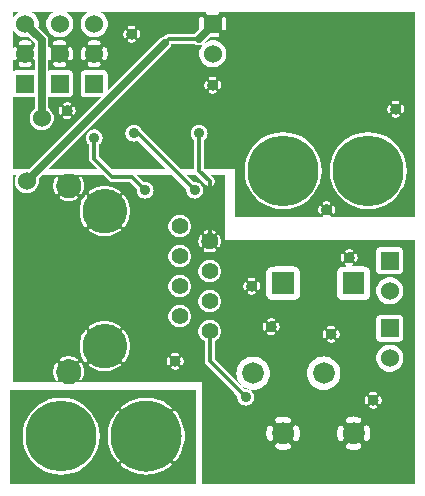
<source format=gbr>
G04 start of page 3 for group 1 idx 1 *
G04 Title: (unknown), bottom *
G04 Creator: pcb 1.99z *
G04 CreationDate: Mon Dec  7 23:02:47 2015 UTC *
G04 For: commonadmin *
G04 Format: Gerber/RS-274X *
G04 PCB-Dimensions (mil): 1410.00 1650.00 *
G04 PCB-Coordinate-Origin: lower left *
%MOIN*%
%FSLAX25Y25*%
%LNBOTTOM*%
%ADD49C,0.0630*%
%ADD48C,0.1280*%
%ADD47C,0.0354*%
%ADD46C,0.1870*%
%ADD45C,0.0300*%
%ADD44C,0.0380*%
%ADD43C,0.0350*%
%ADD42C,0.0200*%
%ADD41C,0.0360*%
%ADD40C,0.0720*%
%ADD39C,0.0827*%
%ADD38C,0.1476*%
%ADD37C,0.0551*%
%ADD36C,0.2362*%
%ADD35C,0.0600*%
%ADD34C,0.0250*%
%ADD33C,0.0140*%
%ADD32C,0.0001*%
G54D32*G36*
X57694Y25645D02*X57933Y25073D01*
X58248Y24083D01*
X58475Y23069D01*
X58612Y22038D01*
X58657Y21000D01*
X58612Y19962D01*
X58475Y18931D01*
X58248Y17917D01*
X57933Y16927D01*
X57694Y16355D01*
Y25645D01*
G37*
G36*
Y36500D02*X63500D01*
Y5000D01*
X57694D01*
Y14183D01*
X57923Y14538D01*
X58448Y15537D01*
X58883Y16578D01*
X59225Y17653D01*
X59472Y18754D01*
X59620Y19873D01*
X59670Y21000D01*
X59620Y22127D01*
X59472Y23246D01*
X59225Y24347D01*
X58883Y25422D01*
X58448Y26463D01*
X57923Y27462D01*
X57694Y27817D01*
Y36500D01*
G37*
G36*
X46852D02*X57694D01*
Y27817D01*
X57312Y28411D01*
X56620Y29302D01*
X56564Y29359D01*
X56499Y29407D01*
X56427Y29444D01*
X56350Y29469D01*
X56271Y29482D01*
X56190Y29482D01*
X56111Y29469D01*
X56034Y29445D01*
X55962Y29408D01*
X55897Y29361D01*
X55840Y29304D01*
X55793Y29239D01*
X55756Y29168D01*
X55731Y29091D01*
X55718Y29012D01*
X55718Y28931D01*
X55730Y28852D01*
X55755Y28775D01*
X55791Y28703D01*
X55839Y28639D01*
X56486Y27826D01*
X57048Y26952D01*
X57532Y26032D01*
X57694Y25645D01*
Y16355D01*
X57532Y15968D01*
X57048Y15048D01*
X56486Y14174D01*
X55848Y13354D01*
X55801Y13291D01*
X55765Y13221D01*
X55741Y13146D01*
X55729Y13068D01*
X55729Y12989D01*
X55742Y12911D01*
X55766Y12837D01*
X55802Y12767D01*
X55849Y12703D01*
X55905Y12648D01*
X55968Y12602D01*
X56039Y12566D01*
X56114Y12542D01*
X56191Y12530D01*
X56270Y12530D01*
X56348Y12542D01*
X56422Y12567D01*
X56492Y12603D01*
X56556Y12649D01*
X56610Y12706D01*
X57312Y13589D01*
X57694Y14183D01*
Y5000D01*
X46852D01*
Y8177D01*
X47974Y8226D01*
X49092Y8375D01*
X50193Y8621D01*
X51269Y8963D01*
X52310Y9399D01*
X53308Y9924D01*
X54257Y10535D01*
X55148Y11227D01*
X55206Y11283D01*
X55253Y11348D01*
X55290Y11420D01*
X55315Y11496D01*
X55328Y11576D01*
X55328Y11656D01*
X55316Y11736D01*
X55291Y11812D01*
X55255Y11884D01*
X55208Y11949D01*
X55151Y12006D01*
X55086Y12054D01*
X55014Y12091D01*
X54938Y12116D01*
X54858Y12128D01*
X54778Y12129D01*
X54698Y12116D01*
X54622Y12092D01*
X54550Y12055D01*
X54486Y12007D01*
X53672Y11361D01*
X52798Y10798D01*
X51878Y10314D01*
X50920Y9914D01*
X49929Y9598D01*
X48915Y9372D01*
X47885Y9235D01*
X46852Y9189D01*
Y32811D01*
X47885Y32765D01*
X48915Y32628D01*
X49929Y32402D01*
X50920Y32086D01*
X51878Y31686D01*
X52798Y31202D01*
X53672Y30639D01*
X54493Y30002D01*
X54556Y29955D01*
X54626Y29919D01*
X54701Y29895D01*
X54779Y29883D01*
X54857Y29883D01*
X54935Y29895D01*
X55010Y29920D01*
X55080Y29956D01*
X55143Y30002D01*
X55199Y30058D01*
X55245Y30122D01*
X55280Y30192D01*
X55305Y30267D01*
X55317Y30345D01*
X55317Y30424D01*
X55304Y30501D01*
X55279Y30576D01*
X55244Y30646D01*
X55197Y30710D01*
X55140Y30764D01*
X54257Y31465D01*
X53308Y32076D01*
X52310Y32601D01*
X51269Y33037D01*
X50193Y33379D01*
X49092Y33625D01*
X47974Y33774D01*
X46852Y33823D01*
Y36500D01*
G37*
G36*
X35999D02*X46852D01*
Y33823D01*
X46846Y33823D01*
X45719Y33774D01*
X44601Y33625D01*
X43499Y33379D01*
X42424Y33037D01*
X41383Y32601D01*
X40385Y32076D01*
X39436Y31465D01*
X38545Y30773D01*
X38487Y30717D01*
X38440Y30652D01*
X38403Y30580D01*
X38378Y30504D01*
X38365Y30424D01*
X38365Y30344D01*
X38377Y30264D01*
X38402Y30188D01*
X38438Y30116D01*
X38485Y30051D01*
X38542Y29994D01*
X38607Y29946D01*
X38679Y29909D01*
X38755Y29884D01*
X38835Y29872D01*
X38915Y29871D01*
X38995Y29884D01*
X39071Y29908D01*
X39143Y29945D01*
X39207Y29993D01*
X40021Y30639D01*
X40895Y31202D01*
X41815Y31686D01*
X42773Y32086D01*
X43764Y32402D01*
X44778Y32628D01*
X45808Y32765D01*
X46846Y32811D01*
X46852Y32811D01*
Y9189D01*
X46846Y9189D01*
X45808Y9235D01*
X44778Y9372D01*
X43764Y9598D01*
X42773Y9914D01*
X41815Y10314D01*
X40895Y10798D01*
X40021Y11361D01*
X39200Y11998D01*
X39137Y12045D01*
X39067Y12081D01*
X38992Y12105D01*
X38914Y12117D01*
X38836Y12117D01*
X38758Y12105D01*
X38683Y12080D01*
X38613Y12044D01*
X38550Y11998D01*
X38494Y11942D01*
X38448Y11878D01*
X38412Y11808D01*
X38388Y11733D01*
X38376Y11655D01*
X38376Y11576D01*
X38389Y11499D01*
X38413Y11424D01*
X38449Y11354D01*
X38496Y11290D01*
X38553Y11236D01*
X39436Y10535D01*
X40385Y9924D01*
X41383Y9399D01*
X42424Y8963D01*
X43499Y8621D01*
X44601Y8375D01*
X45719Y8226D01*
X46846Y8177D01*
X46852Y8177D01*
Y5000D01*
X35999D01*
Y14183D01*
X36381Y13589D01*
X37073Y12698D01*
X37129Y12641D01*
X37194Y12593D01*
X37266Y12556D01*
X37343Y12531D01*
X37422Y12518D01*
X37502Y12518D01*
X37582Y12531D01*
X37659Y12555D01*
X37730Y12592D01*
X37796Y12639D01*
X37853Y12696D01*
X37900Y12761D01*
X37937Y12832D01*
X37962Y12909D01*
X37975Y12988D01*
X37975Y13069D01*
X37963Y13148D01*
X37938Y13225D01*
X37902Y13297D01*
X37853Y13361D01*
X37207Y14174D01*
X36645Y15048D01*
X36161Y15968D01*
X35999Y16355D01*
Y25645D01*
X36161Y26032D01*
X36645Y26952D01*
X37207Y27826D01*
X37845Y28646D01*
X37892Y28709D01*
X37927Y28779D01*
X37952Y28854D01*
X37964Y28932D01*
X37963Y29011D01*
X37951Y29089D01*
X37926Y29163D01*
X37891Y29233D01*
X37844Y29297D01*
X37788Y29352D01*
X37725Y29399D01*
X37654Y29434D01*
X37579Y29458D01*
X37502Y29470D01*
X37423Y29470D01*
X37345Y29458D01*
X37270Y29433D01*
X37200Y29397D01*
X37137Y29351D01*
X37083Y29294D01*
X36381Y28411D01*
X35999Y27817D01*
Y36500D01*
G37*
G36*
Y16355D02*X35760Y16927D01*
X35445Y17917D01*
X35218Y18931D01*
X35081Y19962D01*
X35035Y21000D01*
X35081Y22038D01*
X35218Y23069D01*
X35445Y24083D01*
X35760Y25073D01*
X35999Y25645D01*
Y16355D01*
G37*
G36*
X18480Y36500D02*X35999D01*
Y27817D01*
X35770Y27462D01*
X35245Y26463D01*
X34810Y25422D01*
X34468Y24347D01*
X34221Y23246D01*
X34073Y22127D01*
X34023Y21000D01*
X34073Y19873D01*
X34221Y18754D01*
X34468Y17653D01*
X34810Y16578D01*
X35245Y15537D01*
X35770Y14538D01*
X35999Y14183D01*
Y5000D01*
X18480D01*
Y8151D01*
X18500Y8149D01*
X20510Y8308D01*
X22471Y8778D01*
X24334Y9550D01*
X26053Y10604D01*
X27587Y11913D01*
X28896Y13447D01*
X29950Y15166D01*
X30722Y17029D01*
X31192Y18990D01*
X31311Y21000D01*
X31192Y23010D01*
X30722Y24971D01*
X29950Y26834D01*
X28896Y28553D01*
X27587Y30087D01*
X26053Y31396D01*
X24334Y32450D01*
X22471Y33222D01*
X20510Y33692D01*
X18500Y33851D01*
X18480Y33849D01*
Y36500D01*
G37*
G36*
X1500D02*X18480D01*
Y33849D01*
X16490Y33692D01*
X14529Y33222D01*
X12666Y32450D01*
X10947Y31396D01*
X9413Y30087D01*
X8104Y28553D01*
X7050Y26834D01*
X6278Y24971D01*
X5808Y23010D01*
X5649Y21000D01*
X5808Y18990D01*
X6278Y17029D01*
X7050Y15166D01*
X8104Y13447D01*
X9413Y11913D01*
X10947Y10604D01*
X12666Y9550D01*
X14529Y8778D01*
X16490Y8308D01*
X18480Y8151D01*
Y5000D01*
X1500D01*
Y36500D01*
G37*
G36*
X42001Y119288D02*X42261Y119226D01*
X42700Y119191D01*
X43139Y119226D01*
X43568Y119329D01*
X43975Y119497D01*
X44052Y119544D01*
X53596Y110000D01*
X42001D01*
Y119288D01*
G37*
G36*
X132230Y162500D02*X136500D01*
Y94000D01*
X132230D01*
Y103558D01*
X132296Y103666D01*
X133068Y105529D01*
X133539Y107490D01*
X133657Y109500D01*
X133539Y111510D01*
X133068Y113471D01*
X132296Y115334D01*
X132230Y115442D01*
Y128714D01*
X132298Y128728D01*
X132371Y128755D01*
X132440Y128794D01*
X132502Y128843D01*
X132555Y128901D01*
X132598Y128966D01*
X132630Y129038D01*
X132706Y129271D01*
X132760Y129511D01*
X132792Y129755D01*
X132803Y130000D01*
X132792Y130245D01*
X132760Y130489D01*
X132706Y130729D01*
X132632Y130963D01*
X132600Y131035D01*
X132556Y131100D01*
X132503Y131159D01*
X132441Y131208D01*
X132372Y131246D01*
X132298Y131274D01*
X132230Y131288D01*
Y162500D01*
G37*
G36*
Y94000D02*X130001D01*
Y100493D01*
X131243Y101947D01*
X132230Y103558D01*
Y94000D01*
G37*
G36*
X130001Y162500D02*X132230D01*
Y131288D01*
X132221Y131290D01*
X132142Y131293D01*
X132063Y131284D01*
X131987Y131263D01*
X131915Y131230D01*
X131850Y131186D01*
X131791Y131133D01*
X131742Y131071D01*
X131704Y131002D01*
X131676Y130928D01*
X131660Y130851D01*
X131657Y130772D01*
X131666Y130693D01*
X131689Y130618D01*
X131738Y130468D01*
X131772Y130314D01*
X131793Y130158D01*
X131800Y130000D01*
X131793Y129842D01*
X131772Y129686D01*
X131738Y129532D01*
X131690Y129382D01*
X131668Y129306D01*
X131659Y129228D01*
X131662Y129150D01*
X131678Y129073D01*
X131705Y128999D01*
X131744Y128930D01*
X131793Y128869D01*
X131851Y128815D01*
X131916Y128772D01*
X131988Y128739D01*
X132064Y128718D01*
X132142Y128709D01*
X132220Y128712D01*
X132230Y128714D01*
Y115442D01*
X131243Y117053D01*
X130001Y118507D01*
Y127197D01*
X130245Y127208D01*
X130489Y127240D01*
X130729Y127294D01*
X130963Y127368D01*
X131035Y127400D01*
X131100Y127444D01*
X131159Y127497D01*
X131208Y127559D01*
X131246Y127628D01*
X131274Y127702D01*
X131290Y127779D01*
X131293Y127858D01*
X131284Y127937D01*
X131263Y128013D01*
X131230Y128085D01*
X131186Y128150D01*
X131133Y128209D01*
X131071Y128258D01*
X131002Y128296D01*
X130928Y128324D01*
X130851Y128340D01*
X130772Y128343D01*
X130693Y128334D01*
X130618Y128311D01*
X130468Y128262D01*
X130314Y128228D01*
X130158Y128207D01*
X130001Y128200D01*
Y131800D01*
X130158Y131793D01*
X130314Y131772D01*
X130468Y131738D01*
X130618Y131690D01*
X130694Y131668D01*
X130772Y131659D01*
X130850Y131662D01*
X130927Y131678D01*
X131001Y131705D01*
X131070Y131744D01*
X131131Y131793D01*
X131185Y131851D01*
X131228Y131916D01*
X131261Y131988D01*
X131282Y132064D01*
X131291Y132142D01*
X131288Y132220D01*
X131272Y132298D01*
X131245Y132371D01*
X131206Y132440D01*
X131157Y132502D01*
X131099Y132555D01*
X131034Y132598D01*
X130962Y132630D01*
X130729Y132706D01*
X130489Y132760D01*
X130245Y132792D01*
X130001Y132803D01*
Y162500D01*
G37*
G36*
X127770Y98718D02*X128400Y99104D01*
X129933Y100413D01*
X130001Y100493D01*
Y94000D01*
X127770D01*
Y98718D01*
G37*
G36*
Y162500D02*X130001D01*
Y132803D01*
X130000Y132803D01*
X129755Y132792D01*
X129511Y132760D01*
X129271Y132706D01*
X129037Y132632D01*
X128965Y132600D01*
X128900Y132556D01*
X128841Y132503D01*
X128792Y132441D01*
X128754Y132372D01*
X128726Y132298D01*
X128710Y132221D01*
X128707Y132142D01*
X128716Y132063D01*
X128737Y131987D01*
X128770Y131915D01*
X128814Y131850D01*
X128867Y131791D01*
X128929Y131742D01*
X128998Y131704D01*
X129072Y131676D01*
X129149Y131660D01*
X129228Y131657D01*
X129307Y131666D01*
X129382Y131689D01*
X129532Y131738D01*
X129686Y131772D01*
X129842Y131793D01*
X130000Y131800D01*
X130001Y131800D01*
Y128200D01*
X130000Y128200D01*
X129842Y128207D01*
X129686Y128228D01*
X129532Y128262D01*
X129382Y128310D01*
X129306Y128332D01*
X129228Y128341D01*
X129150Y128338D01*
X129073Y128322D01*
X128999Y128295D01*
X128930Y128256D01*
X128869Y128207D01*
X128815Y128149D01*
X128772Y128084D01*
X128739Y128012D01*
X128718Y127936D01*
X128709Y127858D01*
X128712Y127780D01*
X128728Y127702D01*
X128755Y127629D01*
X128794Y127560D01*
X128843Y127498D01*
X128901Y127445D01*
X128966Y127402D01*
X129038Y127370D01*
X129271Y127294D01*
X129511Y127240D01*
X129755Y127208D01*
X130000Y127197D01*
X130001Y127197D01*
Y118507D01*
X129933Y118587D01*
X128400Y119896D01*
X127770Y120282D01*
Y128712D01*
X127779Y128710D01*
X127858Y128707D01*
X127937Y128716D01*
X128013Y128737D01*
X128085Y128770D01*
X128150Y128814D01*
X128209Y128867D01*
X128258Y128929D01*
X128296Y128998D01*
X128324Y129072D01*
X128340Y129149D01*
X128343Y129228D01*
X128334Y129307D01*
X128311Y129382D01*
X128262Y129532D01*
X128228Y129686D01*
X128207Y129842D01*
X128200Y130000D01*
X128207Y130158D01*
X128228Y130314D01*
X128262Y130468D01*
X128310Y130618D01*
X128332Y130694D01*
X128341Y130772D01*
X128338Y130850D01*
X128322Y130927D01*
X128295Y131001D01*
X128256Y131070D01*
X128207Y131131D01*
X128149Y131185D01*
X128084Y131228D01*
X128012Y131261D01*
X127936Y131282D01*
X127858Y131291D01*
X127780Y131288D01*
X127770Y131286D01*
Y162500D01*
G37*
G36*
X109230Y104068D02*X109397Y103666D01*
X110450Y101947D01*
X111760Y100413D01*
X113293Y99104D01*
X115012Y98050D01*
X116875Y97278D01*
X118836Y96808D01*
X120846Y96649D01*
X122857Y96808D01*
X124817Y97278D01*
X126680Y98050D01*
X127770Y98718D01*
Y94000D01*
X109230D01*
Y95214D01*
X109298Y95228D01*
X109371Y95255D01*
X109440Y95294D01*
X109502Y95343D01*
X109555Y95401D01*
X109598Y95466D01*
X109630Y95538D01*
X109706Y95771D01*
X109760Y96011D01*
X109792Y96255D01*
X109803Y96500D01*
X109792Y96745D01*
X109760Y96989D01*
X109706Y97229D01*
X109632Y97463D01*
X109600Y97535D01*
X109556Y97600D01*
X109503Y97659D01*
X109441Y97708D01*
X109372Y97746D01*
X109298Y97774D01*
X109230Y97788D01*
Y104068D01*
G37*
G36*
Y162500D02*X127770D01*
Y131286D01*
X127702Y131272D01*
X127629Y131245D01*
X127560Y131206D01*
X127498Y131157D01*
X127445Y131099D01*
X127402Y131034D01*
X127370Y130962D01*
X127294Y130729D01*
X127240Y130489D01*
X127208Y130245D01*
X127197Y130000D01*
X127208Y129755D01*
X127240Y129511D01*
X127294Y129271D01*
X127368Y129037D01*
X127400Y128965D01*
X127444Y128900D01*
X127497Y128841D01*
X127559Y128792D01*
X127628Y128754D01*
X127702Y128726D01*
X127770Y128712D01*
Y120282D01*
X126680Y120950D01*
X124817Y121722D01*
X122857Y122192D01*
X120846Y122351D01*
X118836Y122192D01*
X116875Y121722D01*
X115012Y120950D01*
X113293Y119896D01*
X111760Y118587D01*
X110450Y117053D01*
X109397Y115334D01*
X109230Y114932D01*
Y162500D01*
G37*
G36*
X106999D02*X109230D01*
Y114932D01*
X108625Y113471D01*
X108154Y111510D01*
X107996Y109500D01*
X108154Y107490D01*
X108625Y105529D01*
X109230Y104068D01*
Y97788D01*
X109221Y97790D01*
X109142Y97793D01*
X109063Y97784D01*
X108987Y97763D01*
X108915Y97730D01*
X108850Y97686D01*
X108791Y97633D01*
X108742Y97571D01*
X108704Y97502D01*
X108676Y97428D01*
X108660Y97351D01*
X108657Y97272D01*
X108666Y97193D01*
X108689Y97118D01*
X108738Y96968D01*
X108772Y96814D01*
X108793Y96658D01*
X108800Y96500D01*
X108793Y96342D01*
X108772Y96186D01*
X108738Y96032D01*
X108690Y95882D01*
X108668Y95806D01*
X108659Y95728D01*
X108662Y95650D01*
X108678Y95573D01*
X108705Y95499D01*
X108744Y95430D01*
X108793Y95369D01*
X108851Y95315D01*
X108916Y95272D01*
X108988Y95239D01*
X109064Y95218D01*
X109142Y95209D01*
X109220Y95212D01*
X109230Y95214D01*
Y94000D01*
X108161D01*
X108208Y94059D01*
X108246Y94128D01*
X108274Y94202D01*
X108290Y94279D01*
X108293Y94358D01*
X108284Y94437D01*
X108263Y94513D01*
X108230Y94585D01*
X108186Y94650D01*
X108133Y94709D01*
X108071Y94758D01*
X108002Y94796D01*
X107928Y94824D01*
X107851Y94840D01*
X107772Y94843D01*
X107693Y94834D01*
X107618Y94811D01*
X107468Y94762D01*
X107314Y94728D01*
X107158Y94707D01*
X107000Y94700D01*
X106999Y94700D01*
Y98300D01*
X107000Y98300D01*
X107158Y98293D01*
X107314Y98272D01*
X107468Y98238D01*
X107618Y98190D01*
X107694Y98168D01*
X107772Y98159D01*
X107850Y98162D01*
X107927Y98178D01*
X108001Y98205D01*
X108070Y98244D01*
X108131Y98293D01*
X108185Y98351D01*
X108228Y98416D01*
X108261Y98488D01*
X108282Y98564D01*
X108291Y98642D01*
X108288Y98720D01*
X108272Y98798D01*
X108245Y98871D01*
X108206Y98940D01*
X108157Y99002D01*
X108099Y99055D01*
X108034Y99098D01*
X107962Y99130D01*
X107729Y99206D01*
X107489Y99260D01*
X107245Y99292D01*
X107000Y99303D01*
X106999Y99303D01*
Y162500D01*
G37*
G36*
X104770D02*X106999D01*
Y99303D01*
X106755Y99292D01*
X106511Y99260D01*
X106271Y99206D01*
X106037Y99132D01*
X105965Y99100D01*
X105900Y99056D01*
X105841Y99003D01*
X105792Y98941D01*
X105754Y98872D01*
X105726Y98798D01*
X105710Y98721D01*
X105707Y98642D01*
X105716Y98563D01*
X105737Y98487D01*
X105770Y98415D01*
X105814Y98350D01*
X105867Y98291D01*
X105929Y98242D01*
X105998Y98204D01*
X106072Y98176D01*
X106149Y98160D01*
X106228Y98157D01*
X106307Y98166D01*
X106382Y98189D01*
X106532Y98238D01*
X106686Y98272D01*
X106842Y98293D01*
X106999Y98300D01*
Y94700D01*
X106842Y94707D01*
X106686Y94728D01*
X106532Y94762D01*
X106382Y94810D01*
X106306Y94832D01*
X106228Y94841D01*
X106150Y94838D01*
X106073Y94822D01*
X105999Y94795D01*
X105930Y94756D01*
X105869Y94707D01*
X105815Y94649D01*
X105772Y94584D01*
X105739Y94512D01*
X105718Y94436D01*
X105709Y94358D01*
X105712Y94280D01*
X105728Y94202D01*
X105755Y94129D01*
X105794Y94060D01*
X105841Y94000D01*
X104770D01*
Y95212D01*
X104779Y95210D01*
X104858Y95207D01*
X104937Y95216D01*
X105013Y95237D01*
X105085Y95270D01*
X105150Y95314D01*
X105209Y95367D01*
X105258Y95429D01*
X105296Y95498D01*
X105324Y95572D01*
X105340Y95649D01*
X105343Y95728D01*
X105334Y95807D01*
X105311Y95882D01*
X105262Y96032D01*
X105228Y96186D01*
X105207Y96342D01*
X105200Y96500D01*
X105207Y96658D01*
X105228Y96814D01*
X105262Y96968D01*
X105310Y97118D01*
X105332Y97194D01*
X105341Y97272D01*
X105338Y97350D01*
X105322Y97427D01*
X105295Y97501D01*
X105256Y97570D01*
X105207Y97631D01*
X105149Y97685D01*
X105084Y97728D01*
X105012Y97761D01*
X104936Y97782D01*
X104858Y97791D01*
X104780Y97788D01*
X104770Y97786D01*
Y105731D01*
X105192Y107490D01*
X105311Y109500D01*
X105192Y111510D01*
X104770Y113269D01*
Y162500D01*
G37*
G36*
X72750D02*X104770D01*
Y113269D01*
X104722Y113471D01*
X103950Y115334D01*
X102896Y117053D01*
X101587Y118587D01*
X100053Y119896D01*
X98334Y120950D01*
X96471Y121722D01*
X94510Y122192D01*
X92500Y122351D01*
X90490Y122192D01*
X88529Y121722D01*
X86666Y120950D01*
X84947Y119896D01*
X83413Y118587D01*
X82104Y117053D01*
X81050Y115334D01*
X80278Y113471D01*
X79808Y111510D01*
X79649Y109500D01*
X79808Y107490D01*
X80278Y105529D01*
X81050Y103666D01*
X82104Y101947D01*
X83413Y100413D01*
X84947Y99104D01*
X86666Y98050D01*
X88529Y97278D01*
X90490Y96808D01*
X92500Y96649D01*
X94510Y96808D01*
X96471Y97278D01*
X98334Y98050D01*
X100053Y99104D01*
X101587Y100413D01*
X102896Y101947D01*
X103950Y103666D01*
X104722Y105529D01*
X104770Y105731D01*
Y97786D01*
X104702Y97772D01*
X104629Y97745D01*
X104560Y97706D01*
X104498Y97657D01*
X104445Y97599D01*
X104402Y97534D01*
X104370Y97462D01*
X104294Y97229D01*
X104240Y96989D01*
X104208Y96745D01*
X104197Y96500D01*
X104208Y96255D01*
X104240Y96011D01*
X104294Y95771D01*
X104368Y95537D01*
X104400Y95465D01*
X104444Y95400D01*
X104497Y95341D01*
X104559Y95292D01*
X104628Y95254D01*
X104702Y95226D01*
X104770Y95212D01*
Y94000D01*
X76500D01*
Y110000D01*
X72750D01*
Y146007D01*
X73022Y146451D01*
X73293Y147105D01*
X73458Y147794D01*
X73500Y148500D01*
X73458Y149206D01*
X73293Y149895D01*
X73022Y150549D01*
X72750Y150993D01*
Y156248D01*
X72868Y156257D01*
X72982Y156285D01*
X73092Y156330D01*
X73192Y156391D01*
X73282Y156468D01*
X73359Y156558D01*
X73420Y156658D01*
X73465Y156768D01*
X73493Y156882D01*
X73500Y157000D01*
Y160000D01*
X73493Y160118D01*
X73465Y160232D01*
X73420Y160342D01*
X73359Y160442D01*
X73282Y160532D01*
X73192Y160609D01*
X73092Y160670D01*
X72982Y160715D01*
X72868Y160743D01*
X72750Y160752D01*
Y162500D01*
G37*
G36*
Y110000D02*X71230D01*
Y136714D01*
X71298Y136728D01*
X71371Y136755D01*
X71440Y136794D01*
X71502Y136843D01*
X71555Y136901D01*
X71598Y136966D01*
X71630Y137038D01*
X71706Y137271D01*
X71760Y137511D01*
X71792Y137755D01*
X71803Y138000D01*
X71792Y138245D01*
X71760Y138489D01*
X71706Y138729D01*
X71632Y138963D01*
X71600Y139035D01*
X71556Y139100D01*
X71503Y139159D01*
X71441Y139208D01*
X71372Y139246D01*
X71298Y139274D01*
X71230Y139288D01*
Y144589D01*
X71653Y144848D01*
X72192Y145308D01*
X72652Y145847D01*
X72750Y146007D01*
Y110000D01*
G37*
G36*
X71230Y162078D02*X71243Y162132D01*
X71252Y162250D01*
X71243Y162368D01*
X71230Y162422D01*
Y162500D01*
X72750D01*
Y160752D01*
X72632Y160743D01*
X72518Y160715D01*
X72408Y160670D01*
X72308Y160609D01*
X72218Y160532D01*
X72141Y160442D01*
X72080Y160342D01*
X72035Y160232D01*
X72007Y160118D01*
X72000Y160000D01*
Y157000D01*
X72007Y156882D01*
X72035Y156768D01*
X72080Y156658D01*
X72141Y156558D01*
X72218Y156468D01*
X72308Y156391D01*
X72408Y156330D01*
X72518Y156285D01*
X72632Y156257D01*
X72750Y156248D01*
Y150993D01*
X72652Y151153D01*
X72192Y151692D01*
X71653Y152152D01*
X71230Y152411D01*
Y154578D01*
X71243Y154632D01*
X71252Y154750D01*
X71243Y154868D01*
X71230Y154922D01*
Y157656D01*
X71257Y158000D01*
X71250Y158088D01*
Y158500D01*
X71230Y158840D01*
Y162078D01*
G37*
G36*
Y154922D02*X71215Y154982D01*
X71170Y155092D01*
X71109Y155192D01*
X71032Y155282D01*
X70942Y155359D01*
X70842Y155420D01*
X70732Y155465D01*
X70618Y155493D01*
X70500Y155500D01*
X69682D01*
X70529Y156347D01*
X70596Y156404D01*
X70826Y156673D01*
X70826Y156673D01*
X71011Y156975D01*
X71146Y157303D01*
X71229Y157647D01*
X71230Y157656D01*
Y154922D01*
G37*
G36*
Y152411D02*X71049Y152522D01*
X70395Y152793D01*
X69706Y152958D01*
X69001Y153014D01*
Y154000D01*
X70500D01*
X70618Y154007D01*
X70732Y154035D01*
X70842Y154080D01*
X70942Y154141D01*
X71032Y154218D01*
X71109Y154308D01*
X71170Y154408D01*
X71215Y154518D01*
X71230Y154578D01*
Y152411D01*
G37*
G36*
Y110000D02*X69001D01*
Y135197D01*
X69245Y135208D01*
X69489Y135240D01*
X69729Y135294D01*
X69963Y135368D01*
X70035Y135400D01*
X70100Y135444D01*
X70159Y135497D01*
X70208Y135559D01*
X70246Y135628D01*
X70274Y135702D01*
X70290Y135779D01*
X70293Y135858D01*
X70284Y135937D01*
X70263Y136013D01*
X70230Y136085D01*
X70186Y136150D01*
X70133Y136209D01*
X70071Y136258D01*
X70002Y136296D01*
X69928Y136324D01*
X69851Y136340D01*
X69772Y136343D01*
X69693Y136334D01*
X69618Y136311D01*
X69468Y136262D01*
X69314Y136228D01*
X69158Y136207D01*
X69001Y136200D01*
Y139800D01*
X69158Y139793D01*
X69314Y139772D01*
X69468Y139738D01*
X69618Y139690D01*
X69694Y139668D01*
X69772Y139659D01*
X69850Y139662D01*
X69927Y139678D01*
X70001Y139705D01*
X70070Y139744D01*
X70131Y139793D01*
X70185Y139851D01*
X70228Y139916D01*
X70261Y139988D01*
X70282Y140064D01*
X70291Y140142D01*
X70288Y140220D01*
X70272Y140298D01*
X70245Y140371D01*
X70206Y140440D01*
X70157Y140502D01*
X70099Y140555D01*
X70034Y140598D01*
X69962Y140630D01*
X69729Y140706D01*
X69489Y140760D01*
X69245Y140792D01*
X69001Y140803D01*
Y143986D01*
X69706Y144042D01*
X70395Y144207D01*
X71049Y144478D01*
X71230Y144589D01*
Y139288D01*
X71221Y139290D01*
X71142Y139293D01*
X71063Y139284D01*
X70987Y139263D01*
X70915Y139230D01*
X70850Y139186D01*
X70791Y139133D01*
X70742Y139071D01*
X70704Y139002D01*
X70676Y138928D01*
X70660Y138851D01*
X70657Y138772D01*
X70666Y138693D01*
X70689Y138618D01*
X70738Y138468D01*
X70772Y138314D01*
X70793Y138158D01*
X70800Y138000D01*
X70793Y137842D01*
X70772Y137686D01*
X70738Y137532D01*
X70690Y137382D01*
X70668Y137306D01*
X70659Y137228D01*
X70662Y137150D01*
X70678Y137073D01*
X70705Y136999D01*
X70744Y136930D01*
X70793Y136869D01*
X70851Y136815D01*
X70916Y136772D01*
X70988Y136739D01*
X71064Y136718D01*
X71142Y136709D01*
X71220Y136712D01*
X71230Y136714D01*
Y110000D01*
G37*
G36*
Y162422D02*X71215Y162482D01*
X71208Y162500D01*
X71230D01*
Y162422D01*
G37*
G36*
X69001Y161500D02*X70500D01*
X70618Y161507D01*
X70732Y161535D01*
X70842Y161580D01*
X70942Y161641D01*
X71032Y161718D01*
X71109Y161808D01*
X71170Y161908D01*
X71215Y162018D01*
X71230Y162078D01*
Y158840D01*
X71229Y158853D01*
X71146Y159197D01*
X71011Y159525D01*
X70826Y159827D01*
X70596Y160096D01*
X70327Y160326D01*
X70025Y160511D01*
X69697Y160646D01*
X69353Y160729D01*
X69001Y160757D01*
Y161500D01*
G37*
G36*
Y153014D02*X69000Y153014D01*
X68294Y152958D01*
X67605Y152793D01*
X66951Y152522D01*
X66347Y152152D01*
X66258Y152076D01*
X68182Y154000D01*
X69001D01*
Y153014D01*
G37*
G36*
Y110000D02*X66770D01*
Y120347D01*
X66772Y120349D01*
X67003Y120725D01*
X67171Y121132D01*
X67274Y121561D01*
X67300Y122000D01*
X67274Y122439D01*
X67171Y122868D01*
X67003Y123275D01*
X66772Y123651D01*
X66770Y123653D01*
Y136712D01*
X66779Y136710D01*
X66858Y136707D01*
X66937Y136716D01*
X67013Y136737D01*
X67085Y136770D01*
X67150Y136814D01*
X67209Y136867D01*
X67258Y136929D01*
X67296Y136998D01*
X67324Y137072D01*
X67340Y137149D01*
X67343Y137228D01*
X67334Y137307D01*
X67311Y137382D01*
X67262Y137532D01*
X67228Y137686D01*
X67207Y137842D01*
X67200Y138000D01*
X67207Y138158D01*
X67228Y138314D01*
X67262Y138468D01*
X67310Y138618D01*
X67332Y138694D01*
X67341Y138772D01*
X67338Y138850D01*
X67322Y138927D01*
X67295Y139001D01*
X67256Y139070D01*
X67207Y139131D01*
X67149Y139185D01*
X67084Y139228D01*
X67012Y139261D01*
X66936Y139282D01*
X66858Y139291D01*
X66780Y139288D01*
X66770Y139286D01*
Y144589D01*
X66951Y144478D01*
X67605Y144207D01*
X68294Y144042D01*
X69000Y143986D01*
X69001Y143986D01*
Y140803D01*
X69000Y140803D01*
X68755Y140792D01*
X68511Y140760D01*
X68271Y140706D01*
X68037Y140632D01*
X67965Y140600D01*
X67900Y140556D01*
X67841Y140503D01*
X67792Y140441D01*
X67754Y140372D01*
X67726Y140298D01*
X67710Y140221D01*
X67707Y140142D01*
X67716Y140063D01*
X67737Y139987D01*
X67770Y139915D01*
X67814Y139850D01*
X67867Y139791D01*
X67929Y139742D01*
X67998Y139704D01*
X68072Y139676D01*
X68149Y139660D01*
X68228Y139657D01*
X68307Y139666D01*
X68382Y139689D01*
X68532Y139738D01*
X68686Y139772D01*
X68842Y139793D01*
X69000Y139800D01*
X69001Y139800D01*
Y136200D01*
X69000Y136200D01*
X68842Y136207D01*
X68686Y136228D01*
X68532Y136262D01*
X68382Y136310D01*
X68306Y136332D01*
X68228Y136341D01*
X68150Y136338D01*
X68073Y136322D01*
X67999Y136295D01*
X67930Y136256D01*
X67869Y136207D01*
X67815Y136149D01*
X67772Y136084D01*
X67739Y136012D01*
X67718Y135936D01*
X67709Y135858D01*
X67712Y135780D01*
X67728Y135702D01*
X67755Y135629D01*
X67794Y135560D01*
X67843Y135498D01*
X67901Y135445D01*
X67966Y135402D01*
X68038Y135370D01*
X68271Y135294D01*
X68511Y135240D01*
X68755Y135208D01*
X69000Y135197D01*
X69001Y135197D01*
Y110000D01*
G37*
G36*
X66770Y123653D02*X66486Y123986D01*
X66151Y124272D01*
X65775Y124503D01*
X65368Y124671D01*
X64939Y124774D01*
X64500Y124809D01*
X64061Y124774D01*
X63632Y124671D01*
X63225Y124503D01*
X62849Y124272D01*
X62514Y123986D01*
X62228Y123651D01*
X61997Y123275D01*
X61829Y122868D01*
X61726Y122439D01*
X61691Y122000D01*
X61726Y121561D01*
X61829Y121132D01*
X61997Y120725D01*
X62228Y120349D01*
X62514Y120014D01*
X62800Y119770D01*
Y110000D01*
X58404D01*
X45254Y123150D01*
X45203Y123275D01*
X44972Y123651D01*
X44686Y123986D01*
X44351Y124272D01*
X44230Y124346D01*
Y140048D01*
X54591Y150409D01*
X54826Y150673D01*
X55011Y150975D01*
X55146Y151303D01*
X55229Y151647D01*
X55241Y151800D01*
X63026D01*
X63173Y151674D01*
X63475Y151489D01*
X63803Y151354D01*
X64147Y151271D01*
X64500Y151243D01*
X64853Y151271D01*
X65197Y151354D01*
X65525Y151489D01*
X65756Y151631D01*
X65348Y151153D01*
X64978Y150549D01*
X64707Y149895D01*
X64542Y149206D01*
X64486Y148500D01*
X64542Y147794D01*
X64707Y147105D01*
X64978Y146451D01*
X65348Y145847D01*
X65808Y145308D01*
X66347Y144848D01*
X66770Y144589D01*
Y139286D01*
X66702Y139272D01*
X66629Y139245D01*
X66560Y139206D01*
X66498Y139157D01*
X66445Y139099D01*
X66402Y139034D01*
X66370Y138962D01*
X66294Y138729D01*
X66240Y138489D01*
X66208Y138245D01*
X66197Y138000D01*
X66208Y137755D01*
X66240Y137511D01*
X66294Y137271D01*
X66368Y137037D01*
X66400Y136965D01*
X66444Y136900D01*
X66497Y136841D01*
X66559Y136792D01*
X66628Y136754D01*
X66702Y136726D01*
X66770Y136712D01*
Y123653D01*
G37*
G36*
Y110000D02*X66404D01*
X66200Y110204D01*
Y119770D01*
X66486Y120014D01*
X66770Y120347D01*
Y110000D01*
G37*
G36*
X44230Y162500D02*X66792D01*
X66785Y162482D01*
X66757Y162368D01*
X66748Y162250D01*
X66757Y162132D01*
X66785Y162018D01*
X66830Y161908D01*
X66891Y161808D01*
X66968Y161718D01*
X67058Y161641D01*
X67158Y161580D01*
X67268Y161535D01*
X67382Y161507D01*
X67500Y161500D01*
X69001D01*
Y160757D01*
X69000Y160757D01*
X68647Y160729D01*
X68303Y160646D01*
X67975Y160511D01*
X67673Y160326D01*
X67404Y160096D01*
X67174Y159827D01*
X66989Y159525D01*
X66854Y159197D01*
X66802Y158984D01*
X66000Y158182D01*
Y160000D01*
X65993Y160118D01*
X65965Y160232D01*
X65920Y160342D01*
X65859Y160442D01*
X65782Y160532D01*
X65692Y160609D01*
X65592Y160670D01*
X65482Y160715D01*
X65368Y160743D01*
X65250Y160752D01*
X65132Y160743D01*
X65018Y160715D01*
X64908Y160670D01*
X64808Y160609D01*
X64718Y160532D01*
X64641Y160442D01*
X64580Y160342D01*
X64535Y160232D01*
X64507Y160118D01*
X64500Y160000D01*
Y157000D01*
X64507Y156882D01*
X64535Y156768D01*
X64549Y156731D01*
X63018Y155200D01*
X54567D01*
X54500Y155205D01*
X54233Y155184D01*
X53973Y155122D01*
X53726Y155019D01*
X53498Y154880D01*
X53498Y154879D01*
X53294Y154706D01*
X53251Y154655D01*
X52840Y154244D01*
X52647Y154229D01*
X52303Y154146D01*
X51975Y154011D01*
X51673Y153826D01*
X51409Y153591D01*
X44230Y146412D01*
Y153714D01*
X44298Y153728D01*
X44371Y153755D01*
X44440Y153794D01*
X44502Y153843D01*
X44555Y153901D01*
X44598Y153966D01*
X44630Y154038D01*
X44706Y154271D01*
X44760Y154511D01*
X44792Y154755D01*
X44803Y155000D01*
X44792Y155245D01*
X44760Y155489D01*
X44706Y155729D01*
X44632Y155963D01*
X44600Y156035D01*
X44556Y156100D01*
X44503Y156159D01*
X44441Y156208D01*
X44372Y156246D01*
X44298Y156274D01*
X44230Y156288D01*
Y162500D01*
G37*
G36*
Y124346D02*X43975Y124503D01*
X43568Y124671D01*
X43139Y124774D01*
X42700Y124809D01*
X42261Y124774D01*
X42001Y124712D01*
Y137819D01*
X44230Y140048D01*
Y124346D01*
G37*
G36*
X42001Y162500D02*X44230D01*
Y156288D01*
X44221Y156290D01*
X44142Y156293D01*
X44063Y156284D01*
X43987Y156263D01*
X43915Y156230D01*
X43850Y156186D01*
X43791Y156133D01*
X43742Y156071D01*
X43704Y156002D01*
X43676Y155928D01*
X43660Y155851D01*
X43657Y155772D01*
X43666Y155693D01*
X43689Y155618D01*
X43738Y155468D01*
X43772Y155314D01*
X43793Y155158D01*
X43800Y155000D01*
X43793Y154842D01*
X43772Y154686D01*
X43738Y154532D01*
X43690Y154382D01*
X43668Y154306D01*
X43659Y154228D01*
X43662Y154150D01*
X43678Y154073D01*
X43705Y153999D01*
X43744Y153930D01*
X43793Y153869D01*
X43851Y153815D01*
X43916Y153772D01*
X43988Y153739D01*
X44064Y153718D01*
X44142Y153709D01*
X44220Y153712D01*
X44230Y153714D01*
Y146412D01*
X42001Y144183D01*
Y152197D01*
X42245Y152208D01*
X42489Y152240D01*
X42729Y152294D01*
X42963Y152368D01*
X43035Y152400D01*
X43100Y152444D01*
X43159Y152497D01*
X43208Y152559D01*
X43246Y152628D01*
X43274Y152702D01*
X43290Y152779D01*
X43293Y152858D01*
X43284Y152937D01*
X43263Y153013D01*
X43230Y153085D01*
X43186Y153150D01*
X43133Y153209D01*
X43071Y153258D01*
X43002Y153296D01*
X42928Y153324D01*
X42851Y153340D01*
X42772Y153343D01*
X42693Y153334D01*
X42618Y153311D01*
X42468Y153262D01*
X42314Y153228D01*
X42158Y153207D01*
X42001Y153200D01*
Y156800D01*
X42158Y156793D01*
X42314Y156772D01*
X42468Y156738D01*
X42618Y156690D01*
X42694Y156668D01*
X42772Y156659D01*
X42850Y156662D01*
X42927Y156678D01*
X43001Y156705D01*
X43070Y156744D01*
X43131Y156793D01*
X43185Y156851D01*
X43228Y156916D01*
X43261Y156988D01*
X43282Y157064D01*
X43291Y157142D01*
X43288Y157220D01*
X43272Y157298D01*
X43245Y157371D01*
X43206Y157440D01*
X43157Y157502D01*
X43099Y157555D01*
X43034Y157598D01*
X42962Y157630D01*
X42729Y157706D01*
X42489Y157760D01*
X42245Y157792D01*
X42001Y157803D01*
Y162500D01*
G37*
G36*
Y124712D02*X41832Y124671D01*
X41425Y124503D01*
X41049Y124272D01*
X40714Y123986D01*
X40428Y123651D01*
X40197Y123275D01*
X40029Y122868D01*
X39926Y122439D01*
X39891Y122000D01*
X39926Y121561D01*
X40029Y121132D01*
X40197Y120725D01*
X40428Y120349D01*
X40714Y120014D01*
X41049Y119728D01*
X41425Y119497D01*
X41832Y119329D01*
X42001Y119288D01*
Y110000D01*
X35404D01*
X31200Y114204D01*
Y118270D01*
X31486Y118514D01*
X31772Y118849D01*
X32003Y119225D01*
X32171Y119632D01*
X32274Y120061D01*
X32300Y120500D01*
X32274Y120939D01*
X32171Y121368D01*
X32003Y121775D01*
X31772Y122151D01*
X31486Y122486D01*
X31151Y122772D01*
X30775Y123003D01*
X30368Y123171D01*
X29939Y123274D01*
X29500Y123309D01*
X29061Y123274D01*
X28632Y123171D01*
X28225Y123003D01*
X27849Y122772D01*
X27514Y122486D01*
X27228Y122151D01*
X26997Y121775D01*
X26829Y121368D01*
X26726Y120939D01*
X26691Y120500D01*
X26726Y120061D01*
X26829Y119632D01*
X26997Y119225D01*
X27228Y118849D01*
X27514Y118514D01*
X27800Y118270D01*
Y113567D01*
X27795Y113500D01*
X27816Y113233D01*
Y113233D01*
X27878Y112973D01*
X27981Y112726D01*
X28120Y112498D01*
X28294Y112294D01*
X28345Y112251D01*
X30596Y110000D01*
X14182D01*
X42001Y137819D01*
Y124712D01*
G37*
G36*
X39770Y162500D02*X42001D01*
Y157803D01*
X42000Y157803D01*
X41755Y157792D01*
X41511Y157760D01*
X41271Y157706D01*
X41037Y157632D01*
X40965Y157600D01*
X40900Y157556D01*
X40841Y157503D01*
X40792Y157441D01*
X40754Y157372D01*
X40726Y157298D01*
X40710Y157221D01*
X40707Y157142D01*
X40716Y157063D01*
X40737Y156987D01*
X40770Y156915D01*
X40814Y156850D01*
X40867Y156791D01*
X40929Y156742D01*
X40998Y156704D01*
X41072Y156676D01*
X41149Y156660D01*
X41228Y156657D01*
X41307Y156666D01*
X41382Y156689D01*
X41532Y156738D01*
X41686Y156772D01*
X41842Y156793D01*
X42000Y156800D01*
X42001Y156800D01*
Y153200D01*
X42000Y153200D01*
X41842Y153207D01*
X41686Y153228D01*
X41532Y153262D01*
X41382Y153310D01*
X41306Y153332D01*
X41228Y153341D01*
X41150Y153338D01*
X41073Y153322D01*
X40999Y153295D01*
X40930Y153256D01*
X40869Y153207D01*
X40815Y153149D01*
X40772Y153084D01*
X40739Y153012D01*
X40718Y152936D01*
X40709Y152858D01*
X40712Y152780D01*
X40728Y152702D01*
X40755Y152629D01*
X40794Y152560D01*
X40843Y152498D01*
X40901Y152445D01*
X40966Y152402D01*
X41038Y152370D01*
X41271Y152294D01*
X41511Y152240D01*
X41755Y152208D01*
X42000Y152197D01*
X42001Y152197D01*
Y144183D01*
X39770Y141952D01*
Y153712D01*
X39779Y153710D01*
X39858Y153707D01*
X39937Y153716D01*
X40013Y153737D01*
X40085Y153770D01*
X40150Y153814D01*
X40209Y153867D01*
X40258Y153929D01*
X40296Y153998D01*
X40324Y154072D01*
X40340Y154149D01*
X40343Y154228D01*
X40334Y154307D01*
X40311Y154382D01*
X40262Y154532D01*
X40228Y154686D01*
X40207Y154842D01*
X40200Y155000D01*
X40207Y155158D01*
X40228Y155314D01*
X40262Y155468D01*
X40310Y155618D01*
X40332Y155694D01*
X40341Y155772D01*
X40338Y155850D01*
X40322Y155927D01*
X40295Y156001D01*
X40256Y156070D01*
X40207Y156131D01*
X40149Y156185D01*
X40084Y156228D01*
X40012Y156261D01*
X39936Y156282D01*
X39858Y156291D01*
X39780Y156288D01*
X39770Y156286D01*
Y162500D01*
G37*
G36*
X29502Y134007D02*X31830Y134012D01*
X29502Y131684D01*
Y134007D01*
G37*
G36*
X33113Y155802D02*X33152Y155847D01*
X33522Y156451D01*
X33793Y157105D01*
X33958Y157794D01*
X34000Y158500D01*
X33958Y159206D01*
X33793Y159895D01*
X33522Y160549D01*
X33152Y161153D01*
X33113Y161198D01*
Y162500D01*
X39770D01*
Y156286D01*
X39702Y156272D01*
X39629Y156245D01*
X39560Y156206D01*
X39498Y156157D01*
X39445Y156099D01*
X39402Y156034D01*
X39370Y155962D01*
X39294Y155729D01*
X39240Y155489D01*
X39208Y155245D01*
X39197Y155000D01*
X39208Y154755D01*
X39240Y154511D01*
X39294Y154271D01*
X39368Y154037D01*
X39400Y153965D01*
X39444Y153900D01*
X39497Y153841D01*
X39559Y153792D01*
X39628Y153754D01*
X39702Y153726D01*
X39770Y153712D01*
Y141952D01*
X33998Y136180D01*
X33986Y141735D01*
X33931Y141965D01*
X33841Y142183D01*
X33717Y142384D01*
X33564Y142564D01*
X33384Y142717D01*
X33183Y142841D01*
X33113Y142870D01*
Y146353D01*
X33156Y146360D01*
X33268Y146397D01*
X33373Y146452D01*
X33468Y146522D01*
X33551Y146606D01*
X33619Y146702D01*
X33670Y146808D01*
X33818Y147216D01*
X33922Y147637D01*
X33984Y148067D01*
X34005Y148500D01*
X33984Y148933D01*
X33922Y149363D01*
X33818Y149784D01*
X33675Y150194D01*
X33622Y150300D01*
X33553Y150396D01*
X33470Y150481D01*
X33375Y150551D01*
X33269Y150606D01*
X33157Y150643D01*
X33113Y150651D01*
Y155802D01*
G37*
G36*
Y161198D02*X32692Y161692D01*
X32153Y162152D01*
X31585Y162500D01*
X33113D01*
Y161198D01*
G37*
G36*
X29502Y153986D02*X30206Y154042D01*
X30895Y154207D01*
X31549Y154478D01*
X32153Y154848D01*
X32692Y155308D01*
X33113Y155802D01*
Y150651D01*
X33040Y150663D01*
X32921Y150664D01*
X32804Y150646D01*
X32691Y150610D01*
X32585Y150557D01*
X32488Y150488D01*
X32404Y150405D01*
X32333Y150309D01*
X32279Y150204D01*
X32241Y150092D01*
X32222Y149975D01*
X32221Y149856D01*
X32239Y149739D01*
X32277Y149626D01*
X32376Y149355D01*
X32444Y149075D01*
X32486Y148789D01*
X32500Y148500D01*
X32486Y148211D01*
X32444Y147925D01*
X32376Y147645D01*
X32280Y147372D01*
X32242Y147261D01*
X32225Y147144D01*
X32225Y147026D01*
X32245Y146909D01*
X32282Y146797D01*
X32336Y146693D01*
X32406Y146598D01*
X32491Y146515D01*
X32587Y146446D01*
X32692Y146393D01*
X32805Y146357D01*
X32921Y146340D01*
X33039Y146341D01*
X33113Y146353D01*
Y142870D01*
X32965Y142931D01*
X32735Y142986D01*
X32500Y143000D01*
X29502Y142993D01*
Y143995D01*
X29933Y144016D01*
X30363Y144078D01*
X30784Y144182D01*
X31194Y144325D01*
X31300Y144378D01*
X31396Y144447D01*
X31481Y144530D01*
X31551Y144625D01*
X31606Y144731D01*
X31643Y144843D01*
X31663Y144960D01*
X31664Y145079D01*
X31646Y145196D01*
X31610Y145309D01*
X31557Y145415D01*
X31488Y145512D01*
X31405Y145596D01*
X31309Y145667D01*
X31204Y145721D01*
X31092Y145759D01*
X30975Y145778D01*
X30856Y145779D01*
X30739Y145761D01*
X30626Y145723D01*
X30355Y145624D01*
X30075Y145556D01*
X29789Y145514D01*
X29502Y145500D01*
Y151500D01*
X29789Y151486D01*
X30075Y151444D01*
X30355Y151376D01*
X30628Y151280D01*
X30739Y151242D01*
X30856Y151225D01*
X30974Y151225D01*
X31091Y151245D01*
X31203Y151282D01*
X31307Y151336D01*
X31402Y151406D01*
X31485Y151491D01*
X31554Y151587D01*
X31607Y151692D01*
X31643Y151805D01*
X31660Y151921D01*
X31659Y152039D01*
X31640Y152156D01*
X31603Y152268D01*
X31548Y152373D01*
X31478Y152468D01*
X31394Y152551D01*
X31298Y152619D01*
X31192Y152670D01*
X30784Y152818D01*
X30363Y152922D01*
X29933Y152984D01*
X29502Y153005D01*
Y153986D01*
G37*
G36*
X25887Y134130D02*X26035Y134069D01*
X26265Y134014D01*
X26500Y134000D01*
X29502Y134007D01*
Y131684D01*
X25887Y128069D01*
Y134130D01*
G37*
G36*
Y155802D02*X26308Y155308D01*
X26847Y154848D01*
X27451Y154478D01*
X28105Y154207D01*
X28794Y154042D01*
X29500Y153986D01*
X29502Y153986D01*
Y153005D01*
X29500Y153005D01*
X29067Y152984D01*
X28637Y152922D01*
X28216Y152818D01*
X27806Y152675D01*
X27700Y152622D01*
X27604Y152553D01*
X27519Y152470D01*
X27449Y152375D01*
X27394Y152269D01*
X27357Y152157D01*
X27337Y152040D01*
X27336Y151921D01*
X27354Y151804D01*
X27390Y151691D01*
X27443Y151585D01*
X27512Y151488D01*
X27595Y151404D01*
X27691Y151333D01*
X27796Y151279D01*
X27908Y151241D01*
X28025Y151222D01*
X28144Y151221D01*
X28261Y151239D01*
X28374Y151277D01*
X28645Y151376D01*
X28925Y151444D01*
X29211Y151486D01*
X29500Y151500D01*
X29502Y151500D01*
Y145500D01*
X29500Y145500D01*
X29211Y145514D01*
X28925Y145556D01*
X28645Y145624D01*
X28372Y145720D01*
X28261Y145758D01*
X28144Y145775D01*
X28026Y145775D01*
X27909Y145755D01*
X27797Y145718D01*
X27693Y145664D01*
X27598Y145594D01*
X27515Y145509D01*
X27446Y145413D01*
X27393Y145308D01*
X27357Y145195D01*
X27340Y145079D01*
X27341Y144961D01*
X27360Y144844D01*
X27397Y144732D01*
X27452Y144627D01*
X27522Y144532D01*
X27606Y144449D01*
X27702Y144381D01*
X27808Y144330D01*
X28216Y144182D01*
X28637Y144078D01*
X29067Y144016D01*
X29500Y143995D01*
X29502Y143995D01*
Y142993D01*
X26265Y142986D01*
X26035Y142931D01*
X25887Y142870D01*
Y146349D01*
X25960Y146337D01*
X26079Y146336D01*
X26196Y146354D01*
X26309Y146390D01*
X26415Y146443D01*
X26512Y146512D01*
X26596Y146595D01*
X26667Y146691D01*
X26721Y146796D01*
X26759Y146908D01*
X26778Y147025D01*
X26779Y147144D01*
X26761Y147261D01*
X26723Y147374D01*
X26624Y147645D01*
X26556Y147925D01*
X26514Y148211D01*
X26500Y148500D01*
X26514Y148789D01*
X26556Y149075D01*
X26624Y149355D01*
X26720Y149628D01*
X26758Y149739D01*
X26775Y149856D01*
X26775Y149974D01*
X26755Y150091D01*
X26718Y150203D01*
X26664Y150307D01*
X26594Y150402D01*
X26509Y150485D01*
X26413Y150554D01*
X26308Y150607D01*
X26195Y150643D01*
X26079Y150660D01*
X25961Y150659D01*
X25887Y150647D01*
Y155802D01*
G37*
G36*
Y162500D02*X27415D01*
X26847Y162152D01*
X26308Y161692D01*
X25887Y161198D01*
Y162500D01*
G37*
G36*
X22730D02*X25887D01*
Y161198D01*
X25848Y161153D01*
X25478Y160549D01*
X25207Y159895D01*
X25042Y159206D01*
X24986Y158500D01*
X25042Y157794D01*
X25207Y157105D01*
X25478Y156451D01*
X25848Y155847D01*
X25887Y155802D01*
Y150647D01*
X25844Y150640D01*
X25732Y150603D01*
X25627Y150548D01*
X25532Y150478D01*
X25449Y150394D01*
X25381Y150298D01*
X25330Y150192D01*
X25182Y149784D01*
X25078Y149363D01*
X25016Y148933D01*
X24995Y148500D01*
X25016Y148067D01*
X25078Y147637D01*
X25182Y147216D01*
X25325Y146806D01*
X25378Y146700D01*
X25447Y146604D01*
X25530Y146519D01*
X25625Y146449D01*
X25731Y146394D01*
X25843Y146357D01*
X25887Y146349D01*
Y142870D01*
X25817Y142841D01*
X25616Y142717D01*
X25436Y142564D01*
X25283Y142384D01*
X25159Y142183D01*
X25069Y141965D01*
X25014Y141735D01*
X25000Y141500D01*
X25014Y135265D01*
X25069Y135035D01*
X25159Y134817D01*
X25283Y134616D01*
X25436Y134436D01*
X25616Y134283D01*
X25817Y134159D01*
X25887Y134130D01*
Y128069D01*
X22730Y124912D01*
Y128214D01*
X22798Y128228D01*
X22871Y128255D01*
X22940Y128294D01*
X23002Y128343D01*
X23055Y128401D01*
X23098Y128466D01*
X23130Y128538D01*
X23206Y128771D01*
X23260Y129011D01*
X23292Y129255D01*
X23303Y129500D01*
X23292Y129745D01*
X23260Y129989D01*
X23206Y130229D01*
X23132Y130463D01*
X23100Y130535D01*
X23056Y130600D01*
X23003Y130659D01*
X22941Y130708D01*
X22872Y130746D01*
X22798Y130774D01*
X22730Y130788D01*
Y162500D01*
G37*
G36*
X21613Y134130D02*X21683Y134159D01*
X21884Y134283D01*
X22064Y134436D01*
X22217Y134616D01*
X22341Y134817D01*
X22431Y135035D01*
X22486Y135265D01*
X22500Y135500D01*
X22486Y141735D01*
X22431Y141965D01*
X22341Y142183D01*
X22217Y142384D01*
X22064Y142564D01*
X21884Y142717D01*
X21683Y142841D01*
X21613Y142870D01*
Y146353D01*
X21656Y146360D01*
X21768Y146397D01*
X21873Y146452D01*
X21968Y146522D01*
X22051Y146606D01*
X22119Y146702D01*
X22170Y146808D01*
X22318Y147216D01*
X22422Y147637D01*
X22484Y148067D01*
X22505Y148500D01*
X22484Y148933D01*
X22422Y149363D01*
X22318Y149784D01*
X22175Y150194D01*
X22122Y150300D01*
X22053Y150396D01*
X21970Y150481D01*
X21875Y150551D01*
X21769Y150606D01*
X21657Y150643D01*
X21613Y150651D01*
Y155802D01*
X21652Y155847D01*
X22022Y156451D01*
X22293Y157105D01*
X22458Y157794D01*
X22500Y158500D01*
X22458Y159206D01*
X22293Y159895D01*
X22022Y160549D01*
X21652Y161153D01*
X21613Y161198D01*
Y162500D01*
X22730D01*
Y130788D01*
X22721Y130790D01*
X22642Y130793D01*
X22563Y130784D01*
X22487Y130763D01*
X22415Y130730D01*
X22350Y130686D01*
X22291Y130633D01*
X22242Y130571D01*
X22204Y130502D01*
X22176Y130428D01*
X22160Y130351D01*
X22157Y130272D01*
X22166Y130193D01*
X22189Y130118D01*
X22238Y129968D01*
X22272Y129814D01*
X22293Y129658D01*
X22300Y129500D01*
X22293Y129342D01*
X22272Y129186D01*
X22238Y129032D01*
X22190Y128882D01*
X22168Y128806D01*
X22159Y128728D01*
X22162Y128650D01*
X22178Y128573D01*
X22205Y128499D01*
X22244Y128430D01*
X22293Y128369D01*
X22351Y128315D01*
X22416Y128272D01*
X22488Y128239D01*
X22564Y128218D01*
X22642Y128209D01*
X22720Y128212D01*
X22730Y128214D01*
Y124912D01*
X21613Y123795D01*
Y126955D01*
X21659Y126997D01*
X21708Y127059D01*
X21746Y127128D01*
X21774Y127202D01*
X21790Y127279D01*
X21793Y127358D01*
X21784Y127437D01*
X21763Y127513D01*
X21730Y127585D01*
X21686Y127650D01*
X21633Y127709D01*
X21613Y127724D01*
Y131278D01*
X21631Y131293D01*
X21685Y131351D01*
X21728Y131416D01*
X21761Y131488D01*
X21782Y131564D01*
X21791Y131642D01*
X21788Y131720D01*
X21772Y131798D01*
X21745Y131871D01*
X21706Y131940D01*
X21657Y132002D01*
X21613Y132042D01*
Y134130D01*
G37*
G36*
Y127724D02*X21571Y127758D01*
X21502Y127796D01*
X21428Y127824D01*
X21351Y127840D01*
X21272Y127843D01*
X21193Y127834D01*
X21118Y127811D01*
X20968Y127762D01*
X20814Y127728D01*
X20658Y127707D01*
X20501Y127700D01*
Y131300D01*
X20658Y131293D01*
X20814Y131272D01*
X20968Y131238D01*
X21118Y131190D01*
X21194Y131168D01*
X21272Y131159D01*
X21350Y131162D01*
X21427Y131178D01*
X21501Y131205D01*
X21570Y131244D01*
X21613Y131278D01*
Y127724D01*
G37*
G36*
Y123795D02*X20501Y122683D01*
Y126697D01*
X20745Y126708D01*
X20989Y126740D01*
X21229Y126794D01*
X21463Y126868D01*
X21535Y126900D01*
X21600Y126944D01*
X21613Y126955D01*
Y123795D01*
G37*
G36*
Y161198D02*X21192Y161692D01*
X20653Y162152D01*
X20501Y162245D01*
Y162500D01*
X21613D01*
Y161198D01*
G37*
G36*
Y142870D02*X21465Y142931D01*
X21235Y142986D01*
X21000Y143000D01*
X20501Y142999D01*
Y154755D01*
X20653Y154848D01*
X21192Y155308D01*
X21613Y155802D01*
Y150651D01*
X21540Y150663D01*
X21421Y150664D01*
X21304Y150646D01*
X21191Y150610D01*
X21085Y150557D01*
X20988Y150488D01*
X20904Y150405D01*
X20833Y150309D01*
X20779Y150204D01*
X20741Y150092D01*
X20722Y149975D01*
X20721Y149856D01*
X20739Y149739D01*
X20777Y149626D01*
X20876Y149355D01*
X20944Y149075D01*
X20986Y148789D01*
X21000Y148500D01*
X20986Y148211D01*
X20944Y147925D01*
X20876Y147645D01*
X20780Y147372D01*
X20742Y147261D01*
X20725Y147144D01*
X20725Y147026D01*
X20745Y146909D01*
X20782Y146797D01*
X20836Y146693D01*
X20906Y146598D01*
X20991Y146515D01*
X21087Y146446D01*
X21192Y146393D01*
X21305Y146357D01*
X21421Y146340D01*
X21539Y146341D01*
X21613Y146353D01*
Y142870D01*
G37*
G36*
X20501Y134012D02*X21235Y134014D01*
X21465Y134069D01*
X21613Y134130D01*
Y132042D01*
X21599Y132055D01*
X21534Y132098D01*
X21462Y132130D01*
X21229Y132206D01*
X20989Y132260D01*
X20745Y132292D01*
X20501Y132303D01*
Y134012D01*
G37*
G36*
Y162245D02*X20085Y162500D01*
X20501D01*
Y162245D01*
G37*
G36*
Y142999D02*X18002Y142993D01*
Y143995D01*
X18433Y144016D01*
X18863Y144078D01*
X19284Y144182D01*
X19694Y144325D01*
X19800Y144378D01*
X19896Y144447D01*
X19981Y144530D01*
X20051Y144625D01*
X20106Y144731D01*
X20143Y144843D01*
X20163Y144960D01*
X20164Y145079D01*
X20146Y145196D01*
X20110Y145309D01*
X20057Y145415D01*
X19988Y145512D01*
X19905Y145596D01*
X19809Y145667D01*
X19704Y145721D01*
X19592Y145759D01*
X19475Y145778D01*
X19356Y145779D01*
X19239Y145761D01*
X19126Y145723D01*
X18855Y145624D01*
X18575Y145556D01*
X18289Y145514D01*
X18002Y145500D01*
Y151500D01*
X18289Y151486D01*
X18575Y151444D01*
X18855Y151376D01*
X19128Y151280D01*
X19239Y151242D01*
X19356Y151225D01*
X19474Y151225D01*
X19591Y151245D01*
X19703Y151282D01*
X19807Y151336D01*
X19902Y151406D01*
X19985Y151491D01*
X20054Y151587D01*
X20107Y151692D01*
X20143Y151805D01*
X20160Y151921D01*
X20159Y152039D01*
X20140Y152156D01*
X20103Y152268D01*
X20048Y152373D01*
X19978Y152468D01*
X19894Y152551D01*
X19798Y152619D01*
X19692Y152670D01*
X19284Y152818D01*
X18863Y152922D01*
X18433Y152984D01*
X18002Y153005D01*
Y153986D01*
X18706Y154042D01*
X19395Y154207D01*
X20049Y154478D01*
X20501Y154755D01*
Y142999D01*
G37*
G36*
X18002Y142993D02*X14765Y142986D01*
X14535Y142931D01*
X14317Y142841D01*
X14250Y142800D01*
Y146388D01*
X14343Y146357D01*
X14460Y146337D01*
X14579Y146336D01*
X14696Y146354D01*
X14809Y146390D01*
X14915Y146443D01*
X15012Y146512D01*
X15096Y146595D01*
X15167Y146691D01*
X15221Y146796D01*
X15259Y146908D01*
X15278Y147025D01*
X15279Y147144D01*
X15261Y147261D01*
X15223Y147374D01*
X15124Y147645D01*
X15056Y147925D01*
X15014Y148211D01*
X15000Y148500D01*
X15014Y148789D01*
X15056Y149075D01*
X15124Y149355D01*
X15220Y149628D01*
X15258Y149739D01*
X15275Y149856D01*
X15275Y149974D01*
X15255Y150091D01*
X15218Y150203D01*
X15164Y150307D01*
X15094Y150402D01*
X15009Y150485D01*
X14913Y150554D01*
X14808Y150607D01*
X14695Y150643D01*
X14579Y150660D01*
X14461Y150659D01*
X14344Y150640D01*
X14250Y150609D01*
Y152912D01*
X14257Y153000D01*
X14229Y153353D01*
X14146Y153697D01*
X14107Y153793D01*
X14011Y154025D01*
X13896Y154212D01*
X13826Y154327D01*
X13826Y154327D01*
X13596Y154596D01*
X13529Y154653D01*
X10848Y157334D01*
X10958Y157794D01*
X11000Y158500D01*
X10958Y159206D01*
X10793Y159895D01*
X10522Y160549D01*
X10152Y161153D01*
X9692Y161692D01*
X9153Y162152D01*
X8585Y162500D01*
X15915D01*
X15347Y162152D01*
X14808Y161692D01*
X14348Y161153D01*
X13978Y160549D01*
X13707Y159895D01*
X13542Y159206D01*
X13486Y158500D01*
X13542Y157794D01*
X13707Y157105D01*
X13978Y156451D01*
X14348Y155847D01*
X14808Y155308D01*
X15347Y154848D01*
X15951Y154478D01*
X16605Y154207D01*
X17294Y154042D01*
X18000Y153986D01*
X18002Y153986D01*
Y153005D01*
X18000Y153005D01*
X17567Y152984D01*
X17137Y152922D01*
X16716Y152818D01*
X16306Y152675D01*
X16200Y152622D01*
X16104Y152553D01*
X16019Y152470D01*
X15949Y152375D01*
X15894Y152269D01*
X15857Y152157D01*
X15837Y152040D01*
X15836Y151921D01*
X15854Y151804D01*
X15890Y151691D01*
X15943Y151585D01*
X16012Y151488D01*
X16095Y151404D01*
X16191Y151333D01*
X16296Y151279D01*
X16408Y151241D01*
X16525Y151222D01*
X16644Y151221D01*
X16761Y151239D01*
X16874Y151277D01*
X17145Y151376D01*
X17425Y151444D01*
X17711Y151486D01*
X18000Y151500D01*
X18002Y151500D01*
Y145500D01*
X18000Y145500D01*
X17711Y145514D01*
X17425Y145556D01*
X17145Y145624D01*
X16872Y145720D01*
X16761Y145758D01*
X16644Y145775D01*
X16526Y145775D01*
X16409Y145755D01*
X16297Y145718D01*
X16193Y145664D01*
X16098Y145594D01*
X16015Y145509D01*
X15946Y145413D01*
X15893Y145308D01*
X15857Y145195D01*
X15840Y145079D01*
X15841Y144961D01*
X15860Y144844D01*
X15897Y144732D01*
X15952Y144627D01*
X16022Y144532D01*
X16106Y144449D01*
X16202Y144381D01*
X16308Y144330D01*
X16716Y144182D01*
X17137Y144078D01*
X17567Y144016D01*
X18000Y143995D01*
X18002Y143995D01*
Y142993D01*
G37*
G36*
X18270Y134007D02*X20501Y134012D01*
Y132303D01*
X20500Y132303D01*
X20255Y132292D01*
X20011Y132260D01*
X19771Y132206D01*
X19537Y132132D01*
X19465Y132100D01*
X19400Y132056D01*
X19341Y132003D01*
X19292Y131941D01*
X19254Y131872D01*
X19226Y131798D01*
X19210Y131721D01*
X19207Y131642D01*
X19216Y131563D01*
X19237Y131487D01*
X19270Y131415D01*
X19314Y131350D01*
X19367Y131291D01*
X19429Y131242D01*
X19498Y131204D01*
X19572Y131176D01*
X19649Y131160D01*
X19728Y131157D01*
X19807Y131166D01*
X19882Y131189D01*
X20032Y131238D01*
X20186Y131272D01*
X20342Y131293D01*
X20500Y131300D01*
X20501Y131300D01*
Y127700D01*
X20500Y127700D01*
X20342Y127707D01*
X20186Y127728D01*
X20032Y127762D01*
X19882Y127810D01*
X19806Y127832D01*
X19728Y127841D01*
X19650Y127838D01*
X19573Y127822D01*
X19499Y127795D01*
X19430Y127756D01*
X19369Y127707D01*
X19315Y127649D01*
X19272Y127584D01*
X19239Y127512D01*
X19218Y127436D01*
X19209Y127358D01*
X19212Y127280D01*
X19228Y127202D01*
X19255Y127129D01*
X19294Y127060D01*
X19343Y126998D01*
X19401Y126945D01*
X19466Y126902D01*
X19538Y126870D01*
X19771Y126794D01*
X20011Y126740D01*
X20255Y126708D01*
X20500Y126697D01*
X20501Y126697D01*
Y122683D01*
X18270Y120452D01*
Y128212D01*
X18279Y128210D01*
X18358Y128207D01*
X18437Y128216D01*
X18513Y128237D01*
X18585Y128270D01*
X18650Y128314D01*
X18709Y128367D01*
X18758Y128429D01*
X18796Y128498D01*
X18824Y128572D01*
X18840Y128649D01*
X18843Y128728D01*
X18834Y128807D01*
X18811Y128882D01*
X18762Y129032D01*
X18728Y129186D01*
X18707Y129342D01*
X18700Y129500D01*
X18707Y129658D01*
X18728Y129814D01*
X18762Y129968D01*
X18810Y130118D01*
X18832Y130194D01*
X18841Y130272D01*
X18838Y130350D01*
X18822Y130427D01*
X18795Y130501D01*
X18756Y130570D01*
X18707Y130631D01*
X18649Y130685D01*
X18584Y130728D01*
X18512Y130761D01*
X18436Y130782D01*
X18358Y130791D01*
X18280Y130788D01*
X18270Y130786D01*
Y134007D01*
G37*
G36*
X9750Y134017D02*Y130312D01*
X9642Y130246D01*
X9163Y129837D01*
X8754Y129358D01*
X8425Y128822D01*
X8184Y128240D01*
X8037Y127628D01*
X7988Y127000D01*
X8037Y126372D01*
X8184Y125760D01*
X8425Y125178D01*
X8754Y124642D01*
X9163Y124163D01*
X9642Y123754D01*
X10178Y123425D01*
X10760Y123184D01*
X11372Y123037D01*
X12000Y122988D01*
X12628Y123037D01*
X13240Y123184D01*
X13822Y123425D01*
X14358Y123754D01*
X14837Y124163D01*
X15246Y124642D01*
X15575Y125178D01*
X15816Y125760D01*
X15963Y126372D01*
X16000Y127000D01*
X15963Y127628D01*
X15816Y128240D01*
X15575Y128822D01*
X15246Y129358D01*
X14837Y129837D01*
X14358Y130246D01*
X14250Y130312D01*
Y134200D01*
X14317Y134159D01*
X14535Y134069D01*
X14765Y134014D01*
X15000Y134000D01*
X18270Y134007D01*
Y130786D01*
X18202Y130772D01*
X18129Y130745D01*
X18060Y130706D01*
X17998Y130657D01*
X17945Y130599D01*
X17902Y130534D01*
X17870Y130462D01*
X17794Y130229D01*
X17740Y129989D01*
X17708Y129745D01*
X17697Y129500D01*
X17708Y129255D01*
X17740Y129011D01*
X17794Y128771D01*
X17868Y128537D01*
X17900Y128465D01*
X17944Y128400D01*
X17997Y128341D01*
X18059Y128292D01*
X18128Y128254D01*
X18202Y128226D01*
X18270Y128212D01*
Y120452D01*
X7818Y110000D01*
X7157D01*
X7000Y110012D01*
X6843Y110000D01*
X2500D01*
Y134381D01*
X2616Y134283D01*
X2817Y134159D01*
X3035Y134069D01*
X3265Y134014D01*
X3500Y134000D01*
X9735Y134014D01*
X9750Y134017D01*
G37*
G36*
X6502Y142993D02*X3265Y142986D01*
X3035Y142931D01*
X2817Y142841D01*
X2616Y142717D01*
X2500Y142619D01*
Y146550D01*
X2530Y146519D01*
X2625Y146449D01*
X2731Y146394D01*
X2843Y146357D01*
X2960Y146337D01*
X3079Y146336D01*
X3196Y146354D01*
X3309Y146390D01*
X3415Y146443D01*
X3512Y146512D01*
X3596Y146595D01*
X3667Y146691D01*
X3721Y146796D01*
X3759Y146908D01*
X3778Y147025D01*
X3779Y147144D01*
X3761Y147261D01*
X3723Y147374D01*
X3624Y147645D01*
X3556Y147925D01*
X3514Y148211D01*
X3500Y148500D01*
X3514Y148789D01*
X3556Y149075D01*
X3624Y149355D01*
X3720Y149628D01*
X3758Y149739D01*
X3775Y149856D01*
X3775Y149974D01*
X3755Y150091D01*
X3718Y150203D01*
X3664Y150307D01*
X3594Y150402D01*
X3509Y150485D01*
X3413Y150554D01*
X3308Y150607D01*
X3195Y150643D01*
X3079Y150660D01*
X2961Y150659D01*
X2844Y150640D01*
X2732Y150603D01*
X2627Y150548D01*
X2532Y150478D01*
X2500Y150445D01*
Y156415D01*
X2848Y155847D01*
X3308Y155308D01*
X3847Y154848D01*
X4451Y154478D01*
X5105Y154207D01*
X5794Y154042D01*
X6500Y153986D01*
X6502Y153986D01*
Y153005D01*
X6500Y153005D01*
X6067Y152984D01*
X5637Y152922D01*
X5216Y152818D01*
X4806Y152675D01*
X4700Y152622D01*
X4604Y152553D01*
X4519Y152470D01*
X4449Y152375D01*
X4394Y152269D01*
X4357Y152157D01*
X4337Y152040D01*
X4336Y151921D01*
X4354Y151804D01*
X4390Y151691D01*
X4443Y151585D01*
X4512Y151488D01*
X4595Y151404D01*
X4691Y151333D01*
X4796Y151279D01*
X4908Y151241D01*
X5025Y151222D01*
X5144Y151221D01*
X5261Y151239D01*
X5374Y151277D01*
X5645Y151376D01*
X5925Y151444D01*
X6211Y151486D01*
X6500Y151500D01*
X6502Y151500D01*
Y145500D01*
X6500Y145500D01*
X6211Y145514D01*
X5925Y145556D01*
X5645Y145624D01*
X5372Y145720D01*
X5261Y145758D01*
X5144Y145775D01*
X5026Y145775D01*
X4909Y145755D01*
X4797Y145718D01*
X4693Y145664D01*
X4598Y145594D01*
X4515Y145509D01*
X4446Y145413D01*
X4393Y145308D01*
X4357Y145195D01*
X4340Y145079D01*
X4341Y144961D01*
X4360Y144844D01*
X4397Y144732D01*
X4452Y144627D01*
X4522Y144532D01*
X4606Y144449D01*
X4702Y144381D01*
X4808Y144330D01*
X5216Y144182D01*
X5637Y144078D01*
X6067Y144016D01*
X6500Y143995D01*
X6502Y143995D01*
Y142993D01*
G37*
G36*
X9750Y152068D02*Y150629D01*
X9691Y150610D01*
X9585Y150557D01*
X9488Y150488D01*
X9404Y150405D01*
X9333Y150309D01*
X9279Y150204D01*
X9241Y150092D01*
X9222Y149975D01*
X9221Y149856D01*
X9239Y149739D01*
X9277Y149626D01*
X9376Y149355D01*
X9444Y149075D01*
X9486Y148789D01*
X9500Y148500D01*
X9486Y148211D01*
X9444Y147925D01*
X9376Y147645D01*
X9280Y147372D01*
X9242Y147261D01*
X9225Y147144D01*
X9225Y147026D01*
X9245Y146909D01*
X9282Y146797D01*
X9336Y146693D01*
X9406Y146598D01*
X9491Y146515D01*
X9587Y146446D01*
X9692Y146393D01*
X9750Y146375D01*
Y142983D01*
X9735Y142986D01*
X9500Y143000D01*
X6502Y142993D01*
Y143995D01*
X6933Y144016D01*
X7363Y144078D01*
X7784Y144182D01*
X8194Y144325D01*
X8300Y144378D01*
X8396Y144447D01*
X8481Y144530D01*
X8551Y144625D01*
X8606Y144731D01*
X8643Y144843D01*
X8663Y144960D01*
X8664Y145079D01*
X8646Y145196D01*
X8610Y145309D01*
X8557Y145415D01*
X8488Y145512D01*
X8405Y145596D01*
X8309Y145667D01*
X8204Y145721D01*
X8092Y145759D01*
X7975Y145778D01*
X7856Y145779D01*
X7739Y145761D01*
X7626Y145723D01*
X7355Y145624D01*
X7075Y145556D01*
X6789Y145514D01*
X6502Y145500D01*
Y151500D01*
X6789Y151486D01*
X7075Y151444D01*
X7355Y151376D01*
X7628Y151280D01*
X7739Y151242D01*
X7856Y151225D01*
X7974Y151225D01*
X8091Y151245D01*
X8203Y151282D01*
X8307Y151336D01*
X8402Y151406D01*
X8485Y151491D01*
X8554Y151587D01*
X8607Y151692D01*
X8643Y151805D01*
X8660Y151921D01*
X8659Y152039D01*
X8640Y152156D01*
X8603Y152268D01*
X8548Y152373D01*
X8478Y152468D01*
X8394Y152551D01*
X8298Y152619D01*
X8192Y152670D01*
X7784Y152818D01*
X7363Y152922D01*
X6933Y152984D01*
X6502Y153005D01*
Y153986D01*
X7206Y154042D01*
X7666Y154152D01*
X9750Y152068D01*
G37*
G36*
X2500Y162500D02*X4415D01*
X3847Y162152D01*
X3308Y161692D01*
X2848Y161153D01*
X2500Y160585D01*
Y162500D01*
G37*
G36*
X124730Y86500D02*X136500D01*
Y5000D01*
X124730D01*
Y31714D01*
X124798Y31728D01*
X124871Y31755D01*
X124940Y31794D01*
X125002Y31843D01*
X125055Y31901D01*
X125098Y31966D01*
X125130Y32038D01*
X125206Y32271D01*
X125260Y32511D01*
X125292Y32755D01*
X125303Y33000D01*
X125292Y33245D01*
X125260Y33489D01*
X125206Y33729D01*
X125132Y33963D01*
X125100Y34035D01*
X125056Y34100D01*
X125003Y34159D01*
X124941Y34208D01*
X124872Y34246D01*
X124798Y34274D01*
X124730Y34288D01*
Y43900D01*
X124808Y43808D01*
X125347Y43348D01*
X125951Y42978D01*
X126605Y42707D01*
X127294Y42542D01*
X128000Y42486D01*
X128706Y42542D01*
X129395Y42707D01*
X130049Y42978D01*
X130653Y43348D01*
X131192Y43808D01*
X131652Y44347D01*
X132022Y44951D01*
X132293Y45605D01*
X132458Y46294D01*
X132500Y47000D01*
X132458Y47706D01*
X132293Y48395D01*
X132022Y49049D01*
X131652Y49653D01*
X131192Y50192D01*
X130653Y50652D01*
X130049Y51022D01*
X129395Y51293D01*
X128706Y51458D01*
X128000Y51514D01*
X127294Y51458D01*
X126605Y51293D01*
X125951Y51022D01*
X125347Y50652D01*
X124808Y50192D01*
X124730Y50100D01*
Y52522D01*
X124765Y52514D01*
X125000Y52500D01*
X131235Y52514D01*
X131465Y52569D01*
X131683Y52659D01*
X131884Y52783D01*
X132064Y52936D01*
X132217Y53116D01*
X132341Y53317D01*
X132431Y53535D01*
X132486Y53765D01*
X132500Y54000D01*
X132486Y60235D01*
X132431Y60465D01*
X132341Y60683D01*
X132217Y60884D01*
X132064Y61064D01*
X131884Y61217D01*
X131683Y61341D01*
X131465Y61431D01*
X131235Y61486D01*
X131000Y61500D01*
X124765Y61486D01*
X124730Y61478D01*
Y66400D01*
X124808Y66308D01*
X125347Y65848D01*
X125951Y65478D01*
X126605Y65207D01*
X127294Y65042D01*
X128000Y64986D01*
X128706Y65042D01*
X129395Y65207D01*
X130049Y65478D01*
X130653Y65848D01*
X131192Y66308D01*
X131652Y66847D01*
X132022Y67451D01*
X132293Y68105D01*
X132458Y68794D01*
X132500Y69500D01*
X132458Y70206D01*
X132293Y70895D01*
X132022Y71549D01*
X131652Y72153D01*
X131192Y72692D01*
X130653Y73152D01*
X130049Y73522D01*
X129395Y73793D01*
X128706Y73958D01*
X128000Y74014D01*
X127294Y73958D01*
X126605Y73793D01*
X125951Y73522D01*
X125347Y73152D01*
X124808Y72692D01*
X124730Y72600D01*
Y75022D01*
X124765Y75014D01*
X125000Y75000D01*
X131235Y75014D01*
X131465Y75069D01*
X131683Y75159D01*
X131884Y75283D01*
X132064Y75436D01*
X132217Y75616D01*
X132341Y75817D01*
X132431Y76035D01*
X132486Y76265D01*
X132500Y76500D01*
X132486Y82735D01*
X132431Y82965D01*
X132341Y83183D01*
X132217Y83384D01*
X132064Y83564D01*
X131884Y83717D01*
X131683Y83841D01*
X131465Y83931D01*
X131235Y83986D01*
X131000Y84000D01*
X124765Y83986D01*
X124730Y83978D01*
Y86500D01*
G37*
G36*
X122501D02*X124730D01*
Y83978D01*
X124535Y83931D01*
X124317Y83841D01*
X124116Y83717D01*
X123936Y83564D01*
X123783Y83384D01*
X123659Y83183D01*
X123569Y82965D01*
X123514Y82735D01*
X123500Y82500D01*
X123514Y76265D01*
X123569Y76035D01*
X123659Y75817D01*
X123783Y75616D01*
X123936Y75436D01*
X124116Y75283D01*
X124317Y75159D01*
X124535Y75069D01*
X124730Y75022D01*
Y72600D01*
X124348Y72153D01*
X123978Y71549D01*
X123707Y70895D01*
X123542Y70206D01*
X123486Y69500D01*
X123542Y68794D01*
X123707Y68105D01*
X123978Y67451D01*
X124348Y66847D01*
X124730Y66400D01*
Y61478D01*
X124535Y61431D01*
X124317Y61341D01*
X124116Y61217D01*
X123936Y61064D01*
X123783Y60884D01*
X123659Y60683D01*
X123569Y60465D01*
X123514Y60235D01*
X123500Y60000D01*
X123514Y53765D01*
X123569Y53535D01*
X123659Y53317D01*
X123783Y53116D01*
X123936Y52936D01*
X124116Y52783D01*
X124317Y52659D01*
X124535Y52569D01*
X124730Y52522D01*
Y50100D01*
X124348Y49653D01*
X123978Y49049D01*
X123707Y48395D01*
X123542Y47706D01*
X123486Y47000D01*
X123542Y46294D01*
X123707Y45605D01*
X123978Y44951D01*
X124348Y44347D01*
X124730Y43900D01*
Y34288D01*
X124721Y34290D01*
X124642Y34293D01*
X124563Y34284D01*
X124487Y34263D01*
X124415Y34230D01*
X124350Y34186D01*
X124291Y34133D01*
X124242Y34071D01*
X124204Y34002D01*
X124176Y33928D01*
X124160Y33851D01*
X124157Y33772D01*
X124166Y33693D01*
X124189Y33618D01*
X124238Y33468D01*
X124272Y33314D01*
X124293Y33158D01*
X124300Y33000D01*
X124293Y32842D01*
X124272Y32686D01*
X124238Y32532D01*
X124190Y32382D01*
X124168Y32306D01*
X124159Y32228D01*
X124162Y32150D01*
X124178Y32073D01*
X124205Y31999D01*
X124244Y31930D01*
X124293Y31869D01*
X124351Y31815D01*
X124416Y31772D01*
X124488Y31739D01*
X124564Y31718D01*
X124642Y31709D01*
X124720Y31712D01*
X124730Y31714D01*
Y5000D01*
X122501D01*
Y30197D01*
X122745Y30208D01*
X122989Y30240D01*
X123229Y30294D01*
X123463Y30368D01*
X123535Y30400D01*
X123600Y30444D01*
X123659Y30497D01*
X123708Y30559D01*
X123746Y30628D01*
X123774Y30702D01*
X123790Y30779D01*
X123793Y30858D01*
X123784Y30937D01*
X123763Y31013D01*
X123730Y31085D01*
X123686Y31150D01*
X123633Y31209D01*
X123571Y31258D01*
X123502Y31296D01*
X123428Y31324D01*
X123351Y31340D01*
X123272Y31343D01*
X123193Y31334D01*
X123118Y31311D01*
X122968Y31262D01*
X122814Y31228D01*
X122658Y31207D01*
X122501Y31200D01*
Y34800D01*
X122658Y34793D01*
X122814Y34772D01*
X122968Y34738D01*
X123118Y34690D01*
X123194Y34668D01*
X123272Y34659D01*
X123350Y34662D01*
X123427Y34678D01*
X123501Y34705D01*
X123570Y34744D01*
X123631Y34793D01*
X123685Y34851D01*
X123728Y34916D01*
X123761Y34988D01*
X123782Y35064D01*
X123791Y35142D01*
X123788Y35220D01*
X123772Y35298D01*
X123745Y35371D01*
X123706Y35440D01*
X123657Y35502D01*
X123599Y35555D01*
X123534Y35598D01*
X123462Y35630D01*
X123229Y35706D01*
X122989Y35760D01*
X122745Y35792D01*
X122501Y35803D01*
Y86500D01*
G37*
G36*
X120270D02*X122501D01*
Y35803D01*
X122500Y35803D01*
X122255Y35792D01*
X122011Y35760D01*
X121771Y35706D01*
X121537Y35632D01*
X121465Y35600D01*
X121400Y35556D01*
X121341Y35503D01*
X121292Y35441D01*
X121254Y35372D01*
X121226Y35298D01*
X121210Y35221D01*
X121207Y35142D01*
X121216Y35063D01*
X121237Y34987D01*
X121270Y34915D01*
X121314Y34850D01*
X121367Y34791D01*
X121429Y34742D01*
X121498Y34704D01*
X121572Y34676D01*
X121649Y34660D01*
X121728Y34657D01*
X121807Y34666D01*
X121882Y34689D01*
X122032Y34738D01*
X122186Y34772D01*
X122342Y34793D01*
X122500Y34800D01*
X122501Y34800D01*
Y31200D01*
X122500Y31200D01*
X122342Y31207D01*
X122186Y31228D01*
X122032Y31262D01*
X121882Y31310D01*
X121806Y31332D01*
X121728Y31341D01*
X121650Y31338D01*
X121573Y31322D01*
X121499Y31295D01*
X121430Y31256D01*
X121369Y31207D01*
X121315Y31149D01*
X121272Y31084D01*
X121239Y31012D01*
X121218Y30936D01*
X121209Y30858D01*
X121212Y30780D01*
X121228Y30702D01*
X121255Y30629D01*
X121294Y30560D01*
X121343Y30498D01*
X121401Y30445D01*
X121466Y30402D01*
X121538Y30370D01*
X121771Y30294D01*
X122011Y30240D01*
X122255Y30208D01*
X122500Y30197D01*
X122501Y30197D01*
Y5000D01*
X120270D01*
Y19416D01*
X120410Y19422D01*
X120562Y19451D01*
X120708Y19505D01*
X120843Y19580D01*
X120965Y19676D01*
X121071Y19789D01*
X121157Y19918D01*
X121219Y20059D01*
X121377Y20529D01*
X121486Y21013D01*
X121552Y21505D01*
X121574Y22000D01*
X121552Y22495D01*
X121486Y22987D01*
X121377Y23471D01*
X121225Y23943D01*
X121160Y24084D01*
X121073Y24213D01*
X120968Y24327D01*
X120845Y24423D01*
X120709Y24499D01*
X120563Y24552D01*
X120411Y24582D01*
X120270Y24587D01*
Y31712D01*
X120279Y31710D01*
X120358Y31707D01*
X120437Y31716D01*
X120513Y31737D01*
X120585Y31770D01*
X120650Y31814D01*
X120709Y31867D01*
X120758Y31929D01*
X120796Y31998D01*
X120824Y32072D01*
X120840Y32149D01*
X120843Y32228D01*
X120834Y32307D01*
X120811Y32382D01*
X120762Y32532D01*
X120728Y32686D01*
X120707Y32842D01*
X120700Y33000D01*
X120707Y33158D01*
X120728Y33314D01*
X120762Y33468D01*
X120810Y33618D01*
X120832Y33694D01*
X120841Y33772D01*
X120838Y33850D01*
X120822Y33927D01*
X120795Y34001D01*
X120756Y34070D01*
X120707Y34131D01*
X120649Y34185D01*
X120584Y34228D01*
X120512Y34261D01*
X120436Y34282D01*
X120358Y34291D01*
X120280Y34288D01*
X120270Y34286D01*
Y66547D01*
X120496Y66641D01*
X120761Y66803D01*
X120996Y67004D01*
X121197Y67239D01*
X121359Y67504D01*
X121478Y67790D01*
X121550Y68091D01*
X121568Y68400D01*
X121550Y75909D01*
X121478Y76210D01*
X121359Y76496D01*
X121197Y76761D01*
X120996Y76996D01*
X120761Y77197D01*
X120496Y77359D01*
X120270Y77453D01*
Y86500D01*
G37*
G36*
X116002Y66440D02*X119909Y66450D01*
X120210Y66522D01*
X120270Y66547D01*
Y34286D01*
X120202Y34272D01*
X120129Y34245D01*
X120060Y34206D01*
X119998Y34157D01*
X119945Y34099D01*
X119902Y34034D01*
X119870Y33962D01*
X119794Y33729D01*
X119740Y33489D01*
X119708Y33245D01*
X119697Y33000D01*
X119708Y32755D01*
X119740Y32511D01*
X119794Y32271D01*
X119868Y32037D01*
X119900Y31965D01*
X119944Y31900D01*
X119997Y31841D01*
X120059Y31792D01*
X120128Y31754D01*
X120202Y31726D01*
X120270Y31712D01*
Y24587D01*
X120255Y24588D01*
X120101Y24569D01*
X119951Y24526D01*
X119810Y24461D01*
X119681Y24374D01*
X119567Y24268D01*
X119472Y24146D01*
X119396Y24010D01*
X119342Y23864D01*
X119313Y23712D01*
X119307Y23556D01*
X119325Y23402D01*
X119371Y23253D01*
X119472Y22950D01*
X119543Y22637D01*
X119586Y22320D01*
X119600Y22000D01*
X119586Y21680D01*
X119543Y21363D01*
X119472Y21050D01*
X119374Y20745D01*
X119329Y20597D01*
X119310Y20444D01*
X119316Y20289D01*
X119346Y20137D01*
X119399Y19991D01*
X119475Y19856D01*
X119570Y19734D01*
X119684Y19629D01*
X119812Y19542D01*
X119953Y19477D01*
X120102Y19434D01*
X120256Y19416D01*
X120270Y19416D01*
Y5000D01*
X116002D01*
Y16426D01*
X116495Y16448D01*
X116987Y16514D01*
X117471Y16623D01*
X117943Y16775D01*
X118084Y16840D01*
X118213Y16927D01*
X118327Y17032D01*
X118423Y17155D01*
X118499Y17291D01*
X118552Y17437D01*
X118582Y17589D01*
X118588Y17745D01*
X118569Y17899D01*
X118526Y18049D01*
X118461Y18190D01*
X118374Y18319D01*
X118268Y18433D01*
X118146Y18528D01*
X118010Y18604D01*
X117864Y18658D01*
X117712Y18687D01*
X117556Y18693D01*
X117402Y18675D01*
X117253Y18629D01*
X116950Y18528D01*
X116637Y18457D01*
X116320Y18414D01*
X116002Y18400D01*
Y25600D01*
X116320Y25586D01*
X116637Y25543D01*
X116950Y25472D01*
X117255Y25374D01*
X117403Y25329D01*
X117556Y25310D01*
X117711Y25316D01*
X117863Y25346D01*
X118009Y25399D01*
X118144Y25475D01*
X118266Y25570D01*
X118371Y25684D01*
X118458Y25812D01*
X118523Y25953D01*
X118566Y26102D01*
X118584Y26256D01*
X118578Y26410D01*
X118549Y26562D01*
X118495Y26708D01*
X118420Y26843D01*
X118324Y26965D01*
X118211Y27071D01*
X118082Y27157D01*
X117941Y27219D01*
X117471Y27377D01*
X116987Y27486D01*
X116495Y27552D01*
X116002Y27574D01*
Y66440D01*
G37*
G36*
X110730Y67358D02*X110803Y67239D01*
X111004Y67004D01*
X111239Y66803D01*
X111504Y66641D01*
X111790Y66522D01*
X112091Y66450D01*
X112400Y66432D01*
X116002Y66440D01*
Y27574D01*
X116000Y27574D01*
X115505Y27552D01*
X115013Y27486D01*
X114529Y27377D01*
X114057Y27225D01*
X113916Y27160D01*
X113787Y27073D01*
X113673Y26968D01*
X113577Y26845D01*
X113501Y26709D01*
X113448Y26563D01*
X113418Y26411D01*
X113412Y26255D01*
X113431Y26101D01*
X113474Y25951D01*
X113539Y25810D01*
X113626Y25681D01*
X113732Y25567D01*
X113854Y25472D01*
X113990Y25396D01*
X114136Y25342D01*
X114288Y25313D01*
X114444Y25307D01*
X114598Y25325D01*
X114747Y25371D01*
X115050Y25472D01*
X115363Y25543D01*
X115680Y25586D01*
X116000Y25600D01*
X116002Y25600D01*
Y18400D01*
X116000Y18400D01*
X115680Y18414D01*
X115363Y18457D01*
X115050Y18528D01*
X114745Y18626D01*
X114597Y18671D01*
X114444Y18690D01*
X114289Y18684D01*
X114137Y18654D01*
X113991Y18601D01*
X113856Y18525D01*
X113734Y18430D01*
X113629Y18316D01*
X113542Y18188D01*
X113477Y18047D01*
X113434Y17898D01*
X113416Y17744D01*
X113422Y17590D01*
X113451Y17438D01*
X113505Y17292D01*
X113580Y17157D01*
X113676Y17035D01*
X113789Y16929D01*
X113918Y16843D01*
X114059Y16781D01*
X114529Y16623D01*
X115013Y16514D01*
X115505Y16448D01*
X116000Y16426D01*
X116002Y16426D01*
Y5000D01*
X110730D01*
Y20199D01*
X110775Y20057D01*
X110840Y19916D01*
X110927Y19787D01*
X111032Y19673D01*
X111155Y19577D01*
X111291Y19501D01*
X111437Y19448D01*
X111589Y19418D01*
X111745Y19412D01*
X111899Y19431D01*
X112049Y19474D01*
X112190Y19539D01*
X112319Y19626D01*
X112433Y19732D01*
X112528Y19854D01*
X112604Y19990D01*
X112658Y20136D01*
X112687Y20288D01*
X112693Y20444D01*
X112675Y20598D01*
X112629Y20747D01*
X112528Y21050D01*
X112457Y21363D01*
X112414Y21680D01*
X112400Y22000D01*
X112414Y22320D01*
X112457Y22637D01*
X112528Y22950D01*
X112626Y23255D01*
X112671Y23403D01*
X112690Y23556D01*
X112684Y23711D01*
X112654Y23863D01*
X112601Y24009D01*
X112525Y24144D01*
X112430Y24266D01*
X112316Y24371D01*
X112188Y24458D01*
X112047Y24523D01*
X111898Y24566D01*
X111744Y24584D01*
X111590Y24578D01*
X111438Y24549D01*
X111292Y24495D01*
X111157Y24420D01*
X111035Y24324D01*
X110929Y24211D01*
X110843Y24082D01*
X110781Y23941D01*
X110730Y23789D01*
Y39061D01*
X110977Y39464D01*
X111312Y40274D01*
X111517Y41126D01*
X111568Y42000D01*
X111517Y42874D01*
X111312Y43726D01*
X110977Y44536D01*
X110730Y44939D01*
Y53714D01*
X110798Y53728D01*
X110871Y53755D01*
X110940Y53794D01*
X111002Y53843D01*
X111055Y53901D01*
X111098Y53966D01*
X111130Y54038D01*
X111206Y54271D01*
X111260Y54511D01*
X111292Y54755D01*
X111303Y55000D01*
X111292Y55245D01*
X111260Y55489D01*
X111206Y55729D01*
X111132Y55963D01*
X111100Y56035D01*
X111056Y56100D01*
X111003Y56159D01*
X110941Y56208D01*
X110872Y56246D01*
X110798Y56274D01*
X110730Y56288D01*
Y67358D01*
G37*
G36*
X116730Y86500D02*X120270D01*
Y77453D01*
X120210Y77478D01*
X119909Y77550D01*
X119600Y77568D01*
X116730Y77562D01*
Y79214D01*
X116798Y79228D01*
X116871Y79255D01*
X116940Y79294D01*
X117002Y79343D01*
X117055Y79401D01*
X117098Y79466D01*
X117130Y79538D01*
X117206Y79771D01*
X117260Y80011D01*
X117292Y80255D01*
X117303Y80500D01*
X117292Y80745D01*
X117260Y80989D01*
X117206Y81229D01*
X117132Y81463D01*
X117100Y81535D01*
X117056Y81600D01*
X117003Y81659D01*
X116941Y81708D01*
X116872Y81746D01*
X116798Y81774D01*
X116730Y81788D01*
Y86500D01*
G37*
G36*
X114501D02*X116730D01*
Y81788D01*
X116721Y81790D01*
X116642Y81793D01*
X116563Y81784D01*
X116487Y81763D01*
X116415Y81730D01*
X116350Y81686D01*
X116291Y81633D01*
X116242Y81571D01*
X116204Y81502D01*
X116176Y81428D01*
X116160Y81351D01*
X116157Y81272D01*
X116166Y81193D01*
X116189Y81118D01*
X116238Y80968D01*
X116272Y80814D01*
X116293Y80658D01*
X116300Y80500D01*
X116293Y80342D01*
X116272Y80186D01*
X116238Y80032D01*
X116190Y79882D01*
X116168Y79806D01*
X116159Y79728D01*
X116162Y79650D01*
X116178Y79573D01*
X116205Y79499D01*
X116244Y79430D01*
X116293Y79369D01*
X116351Y79315D01*
X116416Y79272D01*
X116488Y79239D01*
X116564Y79218D01*
X116642Y79209D01*
X116720Y79212D01*
X116730Y79214D01*
Y77562D01*
X114501Y77556D01*
Y77697D01*
X114745Y77708D01*
X114989Y77740D01*
X115229Y77794D01*
X115463Y77868D01*
X115535Y77900D01*
X115600Y77944D01*
X115659Y77997D01*
X115708Y78059D01*
X115746Y78128D01*
X115774Y78202D01*
X115790Y78279D01*
X115793Y78358D01*
X115784Y78437D01*
X115763Y78513D01*
X115730Y78585D01*
X115686Y78650D01*
X115633Y78709D01*
X115571Y78758D01*
X115502Y78796D01*
X115428Y78824D01*
X115351Y78840D01*
X115272Y78843D01*
X115193Y78834D01*
X115118Y78811D01*
X114968Y78762D01*
X114814Y78728D01*
X114658Y78707D01*
X114501Y78700D01*
Y82300D01*
X114658Y82293D01*
X114814Y82272D01*
X114968Y82238D01*
X115118Y82190D01*
X115194Y82168D01*
X115272Y82159D01*
X115350Y82162D01*
X115427Y82178D01*
X115501Y82205D01*
X115570Y82244D01*
X115631Y82293D01*
X115685Y82351D01*
X115728Y82416D01*
X115761Y82488D01*
X115782Y82564D01*
X115791Y82642D01*
X115788Y82720D01*
X115772Y82798D01*
X115745Y82871D01*
X115706Y82940D01*
X115657Y83002D01*
X115599Y83055D01*
X115534Y83098D01*
X115462Y83130D01*
X115229Y83206D01*
X114989Y83260D01*
X114745Y83292D01*
X114501Y83303D01*
Y86500D01*
G37*
G36*
X112270D02*X114501D01*
Y83303D01*
X114500Y83303D01*
X114255Y83292D01*
X114011Y83260D01*
X113771Y83206D01*
X113537Y83132D01*
X113465Y83100D01*
X113400Y83056D01*
X113341Y83003D01*
X113292Y82941D01*
X113254Y82872D01*
X113226Y82798D01*
X113210Y82721D01*
X113207Y82642D01*
X113216Y82563D01*
X113237Y82487D01*
X113270Y82415D01*
X113314Y82350D01*
X113367Y82291D01*
X113429Y82242D01*
X113498Y82204D01*
X113572Y82176D01*
X113649Y82160D01*
X113728Y82157D01*
X113807Y82166D01*
X113882Y82189D01*
X114032Y82238D01*
X114186Y82272D01*
X114342Y82293D01*
X114500Y82300D01*
X114501Y82300D01*
Y78700D01*
X114500Y78700D01*
X114342Y78707D01*
X114186Y78728D01*
X114032Y78762D01*
X113882Y78810D01*
X113806Y78832D01*
X113728Y78841D01*
X113650Y78838D01*
X113573Y78822D01*
X113499Y78795D01*
X113430Y78756D01*
X113369Y78707D01*
X113315Y78649D01*
X113272Y78584D01*
X113239Y78512D01*
X113218Y78436D01*
X113209Y78358D01*
X113212Y78280D01*
X113228Y78202D01*
X113255Y78129D01*
X113294Y78060D01*
X113343Y77998D01*
X113401Y77945D01*
X113466Y77902D01*
X113538Y77870D01*
X113771Y77794D01*
X114011Y77740D01*
X114255Y77708D01*
X114500Y77697D01*
X114501Y77697D01*
Y77556D01*
X112270Y77551D01*
Y79212D01*
X112279Y79210D01*
X112358Y79207D01*
X112437Y79216D01*
X112513Y79237D01*
X112585Y79270D01*
X112650Y79314D01*
X112709Y79367D01*
X112758Y79429D01*
X112796Y79498D01*
X112824Y79572D01*
X112840Y79649D01*
X112843Y79728D01*
X112834Y79807D01*
X112811Y79882D01*
X112762Y80032D01*
X112728Y80186D01*
X112707Y80342D01*
X112700Y80500D01*
X112707Y80658D01*
X112728Y80814D01*
X112762Y80968D01*
X112810Y81118D01*
X112832Y81194D01*
X112841Y81272D01*
X112838Y81350D01*
X112822Y81427D01*
X112795Y81501D01*
X112756Y81570D01*
X112707Y81631D01*
X112649Y81685D01*
X112584Y81728D01*
X112512Y81761D01*
X112436Y81782D01*
X112358Y81791D01*
X112280Y81788D01*
X112270Y81786D01*
Y86500D01*
G37*
G36*
X110730D02*X112270D01*
Y81786D01*
X112202Y81772D01*
X112129Y81745D01*
X112060Y81706D01*
X111998Y81657D01*
X111945Y81599D01*
X111902Y81534D01*
X111870Y81462D01*
X111794Y81229D01*
X111740Y80989D01*
X111708Y80745D01*
X111697Y80500D01*
X111708Y80255D01*
X111740Y80011D01*
X111794Y79771D01*
X111868Y79537D01*
X111900Y79465D01*
X111944Y79400D01*
X111997Y79341D01*
X112059Y79292D01*
X112128Y79254D01*
X112202Y79226D01*
X112270Y79212D01*
Y77551D01*
X112091Y77550D01*
X111790Y77478D01*
X111504Y77359D01*
X111239Y77197D01*
X111004Y76996D01*
X110803Y76761D01*
X110730Y76642D01*
Y86500D01*
G37*
G36*
Y5000D02*X108501D01*
Y37009D01*
X108536Y37023D01*
X109283Y37481D01*
X109950Y38050D01*
X110519Y38717D01*
X110730Y39061D01*
Y23789D01*
X110623Y23471D01*
X110514Y22987D01*
X110448Y22495D01*
X110426Y22000D01*
X110448Y21505D01*
X110514Y21013D01*
X110623Y20529D01*
X110730Y20199D01*
Y5000D01*
G37*
G36*
X108501Y86500D02*X110730D01*
Y76642D01*
X110641Y76496D01*
X110522Y76210D01*
X110450Y75909D01*
X110432Y75600D01*
X110450Y68091D01*
X110522Y67790D01*
X110641Y67504D01*
X110730Y67358D01*
Y56288D01*
X110721Y56290D01*
X110642Y56293D01*
X110563Y56284D01*
X110487Y56263D01*
X110415Y56230D01*
X110350Y56186D01*
X110291Y56133D01*
X110242Y56071D01*
X110204Y56002D01*
X110176Y55928D01*
X110160Y55851D01*
X110157Y55772D01*
X110166Y55693D01*
X110189Y55618D01*
X110238Y55468D01*
X110272Y55314D01*
X110293Y55158D01*
X110300Y55000D01*
X110293Y54842D01*
X110272Y54686D01*
X110238Y54532D01*
X110190Y54382D01*
X110168Y54306D01*
X110159Y54228D01*
X110162Y54150D01*
X110178Y54073D01*
X110205Y53999D01*
X110244Y53930D01*
X110293Y53869D01*
X110351Y53815D01*
X110416Y53772D01*
X110488Y53739D01*
X110564Y53718D01*
X110642Y53709D01*
X110720Y53712D01*
X110730Y53714D01*
Y44939D01*
X110519Y45283D01*
X109950Y45950D01*
X109283Y46519D01*
X108536Y46977D01*
X108501Y46991D01*
Y52197D01*
X108745Y52208D01*
X108989Y52240D01*
X109229Y52294D01*
X109463Y52368D01*
X109535Y52400D01*
X109600Y52444D01*
X109659Y52497D01*
X109708Y52559D01*
X109746Y52628D01*
X109774Y52702D01*
X109790Y52779D01*
X109793Y52858D01*
X109784Y52937D01*
X109763Y53013D01*
X109730Y53085D01*
X109686Y53150D01*
X109633Y53209D01*
X109571Y53258D01*
X109502Y53296D01*
X109428Y53324D01*
X109351Y53340D01*
X109272Y53343D01*
X109193Y53334D01*
X109118Y53311D01*
X108968Y53262D01*
X108814Y53228D01*
X108658Y53207D01*
X108501Y53200D01*
Y56800D01*
X108658Y56793D01*
X108814Y56772D01*
X108968Y56738D01*
X109118Y56690D01*
X109194Y56668D01*
X109272Y56659D01*
X109350Y56662D01*
X109427Y56678D01*
X109501Y56705D01*
X109570Y56744D01*
X109631Y56793D01*
X109685Y56851D01*
X109728Y56916D01*
X109761Y56988D01*
X109782Y57064D01*
X109791Y57142D01*
X109788Y57220D01*
X109772Y57298D01*
X109745Y57371D01*
X109706Y57440D01*
X109657Y57502D01*
X109599Y57555D01*
X109534Y57598D01*
X109462Y57630D01*
X109229Y57706D01*
X108989Y57760D01*
X108745Y57792D01*
X108501Y57803D01*
Y86500D01*
G37*
G36*
X106270Y36436D02*X106874Y36483D01*
X107726Y36688D01*
X108501Y37009D01*
Y5000D01*
X106270D01*
Y36436D01*
G37*
G36*
Y86500D02*X108501D01*
Y57803D01*
X108500Y57803D01*
X108255Y57792D01*
X108011Y57760D01*
X107771Y57706D01*
X107537Y57632D01*
X107465Y57600D01*
X107400Y57556D01*
X107341Y57503D01*
X107292Y57441D01*
X107254Y57372D01*
X107226Y57298D01*
X107210Y57221D01*
X107207Y57142D01*
X107216Y57063D01*
X107237Y56987D01*
X107270Y56915D01*
X107314Y56850D01*
X107367Y56791D01*
X107429Y56742D01*
X107498Y56704D01*
X107572Y56676D01*
X107649Y56660D01*
X107728Y56657D01*
X107807Y56666D01*
X107882Y56689D01*
X108032Y56738D01*
X108186Y56772D01*
X108342Y56793D01*
X108500Y56800D01*
X108501Y56800D01*
Y53200D01*
X108500Y53200D01*
X108342Y53207D01*
X108186Y53228D01*
X108032Y53262D01*
X107882Y53310D01*
X107806Y53332D01*
X107728Y53341D01*
X107650Y53338D01*
X107573Y53322D01*
X107499Y53295D01*
X107430Y53256D01*
X107369Y53207D01*
X107315Y53149D01*
X107272Y53084D01*
X107239Y53012D01*
X107218Y52936D01*
X107209Y52858D01*
X107212Y52780D01*
X107228Y52702D01*
X107255Y52629D01*
X107294Y52560D01*
X107343Y52498D01*
X107401Y52445D01*
X107466Y52402D01*
X107538Y52370D01*
X107771Y52294D01*
X108011Y52240D01*
X108255Y52208D01*
X108500Y52197D01*
X108501Y52197D01*
Y46991D01*
X107726Y47312D01*
X106874Y47517D01*
X106270Y47564D01*
Y53712D01*
X106279Y53710D01*
X106358Y53707D01*
X106437Y53716D01*
X106513Y53737D01*
X106585Y53770D01*
X106650Y53814D01*
X106709Y53867D01*
X106758Y53929D01*
X106796Y53998D01*
X106824Y54072D01*
X106840Y54149D01*
X106843Y54228D01*
X106834Y54307D01*
X106811Y54382D01*
X106762Y54532D01*
X106728Y54686D01*
X106707Y54842D01*
X106700Y55000D01*
X106707Y55158D01*
X106728Y55314D01*
X106762Y55468D01*
X106810Y55618D01*
X106832Y55694D01*
X106841Y55772D01*
X106838Y55850D01*
X106822Y55927D01*
X106795Y56001D01*
X106756Y56070D01*
X106707Y56131D01*
X106649Y56185D01*
X106584Y56228D01*
X106512Y56261D01*
X106436Y56282D01*
X106358Y56291D01*
X106280Y56288D01*
X106270Y56286D01*
Y86500D01*
G37*
G36*
X96940D02*X106270D01*
Y56286D01*
X106202Y56272D01*
X106129Y56245D01*
X106060Y56206D01*
X105998Y56157D01*
X105945Y56099D01*
X105902Y56034D01*
X105870Y55962D01*
X105794Y55729D01*
X105740Y55489D01*
X105708Y55245D01*
X105697Y55000D01*
X105708Y54755D01*
X105740Y54511D01*
X105794Y54271D01*
X105868Y54037D01*
X105900Y53965D01*
X105944Y53900D01*
X105997Y53841D01*
X106059Y53792D01*
X106128Y53754D01*
X106202Y53726D01*
X106270Y53712D01*
Y47564D01*
X106000Y47586D01*
X105126Y47517D01*
X104274Y47312D01*
X103464Y46977D01*
X102717Y46519D01*
X102050Y45950D01*
X101481Y45283D01*
X101023Y44536D01*
X100688Y43726D01*
X100483Y42874D01*
X100414Y42000D01*
X100483Y41126D01*
X100688Y40274D01*
X101023Y39464D01*
X101481Y38717D01*
X102050Y38050D01*
X102717Y37481D01*
X103464Y37023D01*
X104274Y36688D01*
X105126Y36483D01*
X106000Y36414D01*
X106270Y36436D01*
Y5000D01*
X96940D01*
Y19427D01*
X97062Y19451D01*
X97208Y19505D01*
X97343Y19580D01*
X97465Y19676D01*
X97571Y19789D01*
X97657Y19918D01*
X97719Y20059D01*
X97877Y20529D01*
X97986Y21013D01*
X98052Y21505D01*
X98074Y22000D01*
X98052Y22495D01*
X97986Y22987D01*
X97877Y23471D01*
X97725Y23943D01*
X97660Y24084D01*
X97573Y24213D01*
X97468Y24327D01*
X97345Y24423D01*
X97209Y24499D01*
X97063Y24552D01*
X96940Y24576D01*
Y66617D01*
X96996Y66641D01*
X97261Y66803D01*
X97496Y67004D01*
X97697Y67239D01*
X97859Y67504D01*
X97978Y67790D01*
X98050Y68091D01*
X98068Y68400D01*
X98050Y75909D01*
X97978Y76210D01*
X97859Y76496D01*
X97697Y76761D01*
X97496Y76996D01*
X97261Y77197D01*
X96996Y77359D01*
X96940Y77383D01*
Y86500D01*
G37*
G36*
Y5000D02*X90730D01*
Y16724D01*
X91029Y16623D01*
X91513Y16514D01*
X92005Y16448D01*
X92500Y16426D01*
X92995Y16448D01*
X93487Y16514D01*
X93971Y16623D01*
X94443Y16775D01*
X94584Y16840D01*
X94713Y16927D01*
X94827Y17032D01*
X94923Y17155D01*
X94999Y17291D01*
X95052Y17437D01*
X95082Y17589D01*
X95088Y17745D01*
X95069Y17899D01*
X95026Y18049D01*
X94961Y18190D01*
X94874Y18319D01*
X94768Y18433D01*
X94646Y18528D01*
X94510Y18604D01*
X94364Y18658D01*
X94212Y18687D01*
X94056Y18693D01*
X93902Y18675D01*
X93753Y18629D01*
X93450Y18528D01*
X93137Y18457D01*
X92820Y18414D01*
X92500Y18400D01*
X92180Y18414D01*
X91863Y18457D01*
X91550Y18528D01*
X91245Y18626D01*
X91097Y18671D01*
X90944Y18690D01*
X90789Y18684D01*
X90730Y18672D01*
Y25324D01*
X90788Y25313D01*
X90944Y25307D01*
X91098Y25325D01*
X91247Y25371D01*
X91550Y25472D01*
X91863Y25543D01*
X92180Y25586D01*
X92500Y25600D01*
X92820Y25586D01*
X93137Y25543D01*
X93450Y25472D01*
X93755Y25374D01*
X93903Y25329D01*
X94056Y25310D01*
X94211Y25316D01*
X94363Y25346D01*
X94509Y25399D01*
X94644Y25475D01*
X94766Y25570D01*
X94871Y25684D01*
X94958Y25812D01*
X95023Y25953D01*
X95066Y26102D01*
X95084Y26256D01*
X95078Y26410D01*
X95049Y26562D01*
X94995Y26708D01*
X94920Y26843D01*
X94824Y26965D01*
X94711Y27071D01*
X94582Y27157D01*
X94441Y27219D01*
X93971Y27377D01*
X93487Y27486D01*
X92995Y27552D01*
X92500Y27574D01*
X92005Y27552D01*
X91513Y27486D01*
X91029Y27377D01*
X90730Y27280D01*
Y56214D01*
X90798Y56228D01*
X90871Y56255D01*
X90940Y56294D01*
X91002Y56343D01*
X91055Y56401D01*
X91098Y56466D01*
X91130Y56538D01*
X91206Y56771D01*
X91260Y57011D01*
X91292Y57255D01*
X91303Y57500D01*
X91292Y57745D01*
X91260Y57989D01*
X91206Y58229D01*
X91132Y58463D01*
X91100Y58535D01*
X91056Y58600D01*
X91003Y58659D01*
X90941Y58708D01*
X90872Y58746D01*
X90798Y58774D01*
X90730Y58788D01*
Y66436D01*
X96409Y66450D01*
X96710Y66522D01*
X96940Y66617D01*
Y24576D01*
X96911Y24582D01*
X96755Y24588D01*
X96601Y24569D01*
X96451Y24526D01*
X96310Y24461D01*
X96181Y24374D01*
X96067Y24268D01*
X95972Y24146D01*
X95896Y24010D01*
X95842Y23864D01*
X95813Y23712D01*
X95807Y23556D01*
X95825Y23402D01*
X95871Y23253D01*
X95972Y22950D01*
X96043Y22637D01*
X96086Y22320D01*
X96100Y22000D01*
X96086Y21680D01*
X96043Y21363D01*
X95972Y21050D01*
X95874Y20745D01*
X95829Y20597D01*
X95810Y20444D01*
X95816Y20289D01*
X95846Y20137D01*
X95899Y19991D01*
X95975Y19856D01*
X96070Y19734D01*
X96184Y19629D01*
X96312Y19542D01*
X96453Y19477D01*
X96602Y19434D01*
X96756Y19416D01*
X96910Y19422D01*
X96940Y19427D01*
Y5000D01*
G37*
G36*
X90730Y86500D02*X96940D01*
Y77383D01*
X96710Y77478D01*
X96409Y77550D01*
X96100Y77568D01*
X90730Y77555D01*
Y86500D01*
G37*
G36*
Y5000D02*X88501D01*
Y19460D01*
X88549Y19474D01*
X88690Y19539D01*
X88819Y19626D01*
X88933Y19732D01*
X89028Y19854D01*
X89104Y19990D01*
X89158Y20136D01*
X89187Y20288D01*
X89193Y20444D01*
X89175Y20598D01*
X89129Y20747D01*
X89028Y21050D01*
X88957Y21363D01*
X88914Y21680D01*
X88900Y22000D01*
X88914Y22320D01*
X88957Y22637D01*
X89028Y22950D01*
X89126Y23255D01*
X89171Y23403D01*
X89190Y23556D01*
X89184Y23711D01*
X89154Y23863D01*
X89101Y24009D01*
X89025Y24144D01*
X88930Y24266D01*
X88816Y24371D01*
X88688Y24458D01*
X88547Y24523D01*
X88501Y24536D01*
Y54697D01*
X88745Y54708D01*
X88989Y54740D01*
X89229Y54794D01*
X89463Y54868D01*
X89535Y54900D01*
X89600Y54944D01*
X89659Y54997D01*
X89708Y55059D01*
X89746Y55128D01*
X89774Y55202D01*
X89790Y55279D01*
X89793Y55358D01*
X89784Y55437D01*
X89763Y55513D01*
X89730Y55585D01*
X89686Y55650D01*
X89633Y55709D01*
X89571Y55758D01*
X89502Y55796D01*
X89428Y55824D01*
X89351Y55840D01*
X89272Y55843D01*
X89193Y55834D01*
X89118Y55811D01*
X88968Y55762D01*
X88814Y55728D01*
X88658Y55707D01*
X88501Y55700D01*
Y59300D01*
X88658Y59293D01*
X88814Y59272D01*
X88968Y59238D01*
X89118Y59190D01*
X89194Y59168D01*
X89272Y59159D01*
X89350Y59162D01*
X89427Y59178D01*
X89501Y59205D01*
X89570Y59244D01*
X89631Y59293D01*
X89685Y59351D01*
X89728Y59416D01*
X89761Y59488D01*
X89782Y59564D01*
X89791Y59642D01*
X89788Y59720D01*
X89772Y59798D01*
X89745Y59871D01*
X89706Y59940D01*
X89657Y60002D01*
X89599Y60055D01*
X89534Y60098D01*
X89462Y60130D01*
X89229Y60206D01*
X88989Y60260D01*
X88745Y60292D01*
X88501Y60303D01*
Y66471D01*
X88591Y66450D01*
X88900Y66432D01*
X90730Y66436D01*
Y58788D01*
X90721Y58790D01*
X90642Y58793D01*
X90563Y58784D01*
X90487Y58763D01*
X90415Y58730D01*
X90350Y58686D01*
X90291Y58633D01*
X90242Y58571D01*
X90204Y58502D01*
X90176Y58428D01*
X90160Y58351D01*
X90157Y58272D01*
X90166Y58193D01*
X90189Y58118D01*
X90238Y57968D01*
X90272Y57814D01*
X90293Y57658D01*
X90300Y57500D01*
X90293Y57342D01*
X90272Y57186D01*
X90238Y57032D01*
X90190Y56882D01*
X90168Y56806D01*
X90159Y56728D01*
X90162Y56650D01*
X90178Y56573D01*
X90205Y56499D01*
X90244Y56430D01*
X90293Y56369D01*
X90351Y56315D01*
X90416Y56272D01*
X90488Y56239D01*
X90564Y56218D01*
X90642Y56209D01*
X90720Y56212D01*
X90730Y56214D01*
Y27280D01*
X90557Y27225D01*
X90416Y27160D01*
X90287Y27073D01*
X90173Y26968D01*
X90077Y26845D01*
X90001Y26709D01*
X89948Y26563D01*
X89918Y26411D01*
X89912Y26255D01*
X89931Y26101D01*
X89974Y25951D01*
X90039Y25810D01*
X90126Y25681D01*
X90232Y25567D01*
X90354Y25472D01*
X90490Y25396D01*
X90636Y25342D01*
X90730Y25324D01*
Y18672D01*
X90637Y18654D01*
X90491Y18601D01*
X90356Y18525D01*
X90234Y18430D01*
X90129Y18316D01*
X90042Y18188D01*
X89977Y18047D01*
X89934Y17898D01*
X89916Y17744D01*
X89922Y17590D01*
X89951Y17438D01*
X90005Y17292D01*
X90080Y17157D01*
X90176Y17035D01*
X90289Y16929D01*
X90418Y16843D01*
X90559Y16781D01*
X90730Y16724D01*
Y5000D01*
G37*
G36*
X88501Y86500D02*X90730D01*
Y77555D01*
X88591Y77550D01*
X88501Y77529D01*
Y86500D01*
G37*
G36*
X86270D02*X88501D01*
Y77529D01*
X88290Y77478D01*
X88004Y77359D01*
X87739Y77197D01*
X87504Y76996D01*
X87303Y76761D01*
X87141Y76496D01*
X87022Y76210D01*
X86950Y75909D01*
X86932Y75600D01*
X86950Y68091D01*
X87022Y67790D01*
X87141Y67504D01*
X87303Y67239D01*
X87504Y67004D01*
X87739Y66803D01*
X88004Y66641D01*
X88290Y66522D01*
X88501Y66471D01*
Y60303D01*
X88500Y60303D01*
X88255Y60292D01*
X88011Y60260D01*
X87771Y60206D01*
X87537Y60132D01*
X87465Y60100D01*
X87400Y60056D01*
X87341Y60003D01*
X87292Y59941D01*
X87254Y59872D01*
X87226Y59798D01*
X87210Y59721D01*
X87207Y59642D01*
X87216Y59563D01*
X87237Y59487D01*
X87270Y59415D01*
X87314Y59350D01*
X87367Y59291D01*
X87429Y59242D01*
X87498Y59204D01*
X87572Y59176D01*
X87649Y59160D01*
X87728Y59157D01*
X87807Y59166D01*
X87882Y59189D01*
X88032Y59238D01*
X88186Y59272D01*
X88342Y59293D01*
X88500Y59300D01*
X88501Y59300D01*
Y55700D01*
X88500Y55700D01*
X88342Y55707D01*
X88186Y55728D01*
X88032Y55762D01*
X87882Y55810D01*
X87806Y55832D01*
X87728Y55841D01*
X87650Y55838D01*
X87573Y55822D01*
X87499Y55795D01*
X87430Y55756D01*
X87369Y55707D01*
X87315Y55649D01*
X87272Y55584D01*
X87239Y55512D01*
X87218Y55436D01*
X87209Y55358D01*
X87212Y55280D01*
X87228Y55202D01*
X87255Y55129D01*
X87294Y55060D01*
X87343Y54998D01*
X87401Y54945D01*
X87466Y54902D01*
X87538Y54870D01*
X87771Y54794D01*
X88011Y54740D01*
X88255Y54708D01*
X88500Y54697D01*
X88501Y54697D01*
Y24536D01*
X88398Y24566D01*
X88244Y24584D01*
X88090Y24578D01*
X87938Y24549D01*
X87792Y24495D01*
X87657Y24420D01*
X87535Y24324D01*
X87429Y24211D01*
X87343Y24082D01*
X87281Y23941D01*
X87123Y23471D01*
X87014Y22987D01*
X86948Y22495D01*
X86926Y22000D01*
X86948Y21505D01*
X87014Y21013D01*
X87123Y20529D01*
X87275Y20057D01*
X87340Y19916D01*
X87427Y19787D01*
X87532Y19673D01*
X87655Y19577D01*
X87791Y19501D01*
X87937Y19448D01*
X88089Y19418D01*
X88245Y19412D01*
X88399Y19431D01*
X88501Y19460D01*
Y5000D01*
X86270D01*
Y37897D01*
X86450Y38050D01*
X87019Y38717D01*
X87477Y39464D01*
X87812Y40274D01*
X88017Y41126D01*
X88068Y42000D01*
X88017Y42874D01*
X87812Y43726D01*
X87477Y44536D01*
X87019Y45283D01*
X86450Y45950D01*
X86270Y46103D01*
Y56212D01*
X86279Y56210D01*
X86358Y56207D01*
X86437Y56216D01*
X86513Y56237D01*
X86585Y56270D01*
X86650Y56314D01*
X86709Y56367D01*
X86758Y56429D01*
X86796Y56498D01*
X86824Y56572D01*
X86840Y56649D01*
X86843Y56728D01*
X86834Y56807D01*
X86811Y56882D01*
X86762Y57032D01*
X86728Y57186D01*
X86707Y57342D01*
X86700Y57500D01*
X86707Y57658D01*
X86728Y57814D01*
X86762Y57968D01*
X86810Y58118D01*
X86832Y58194D01*
X86841Y58272D01*
X86838Y58350D01*
X86822Y58427D01*
X86795Y58501D01*
X86756Y58570D01*
X86707Y58631D01*
X86649Y58685D01*
X86584Y58728D01*
X86512Y58761D01*
X86436Y58782D01*
X86358Y58791D01*
X86280Y58788D01*
X86270Y58786D01*
Y86500D01*
G37*
G36*
Y5000D02*X76151D01*
Y35445D01*
X77221Y34375D01*
X77191Y34000D01*
X77226Y33561D01*
X77329Y33132D01*
X77497Y32725D01*
X77728Y32349D01*
X78014Y32014D01*
X78349Y31728D01*
X78725Y31497D01*
X79132Y31329D01*
X79561Y31226D01*
X80000Y31191D01*
X80439Y31226D01*
X80868Y31329D01*
X81275Y31497D01*
X81651Y31728D01*
X81986Y32014D01*
X82272Y32349D01*
X82503Y32725D01*
X82671Y33132D01*
X82774Y33561D01*
X82800Y34000D01*
X82774Y34439D01*
X82671Y34868D01*
X82503Y35275D01*
X82272Y35651D01*
X81986Y35986D01*
X81651Y36272D01*
X81275Y36503D01*
X80903Y36657D01*
X81626Y36483D01*
X82500Y36414D01*
X83374Y36483D01*
X84226Y36688D01*
X85036Y37023D01*
X85783Y37481D01*
X86270Y37897D01*
Y5000D01*
G37*
G36*
X84230Y86500D02*X86270D01*
Y58786D01*
X86202Y58772D01*
X86129Y58745D01*
X86060Y58706D01*
X85998Y58657D01*
X85945Y58599D01*
X85902Y58534D01*
X85870Y58462D01*
X85794Y58229D01*
X85740Y57989D01*
X85708Y57745D01*
X85697Y57500D01*
X85708Y57255D01*
X85740Y57011D01*
X85794Y56771D01*
X85868Y56537D01*
X85900Y56465D01*
X85944Y56400D01*
X85997Y56341D01*
X86059Y56292D01*
X86128Y56254D01*
X86202Y56226D01*
X86270Y56212D01*
Y46103D01*
X85783Y46519D01*
X85036Y46977D01*
X84230Y47311D01*
Y69714D01*
X84298Y69728D01*
X84371Y69755D01*
X84440Y69794D01*
X84502Y69843D01*
X84555Y69901D01*
X84598Y69966D01*
X84630Y70038D01*
X84706Y70271D01*
X84760Y70511D01*
X84792Y70755D01*
X84803Y71000D01*
X84792Y71245D01*
X84760Y71489D01*
X84706Y71729D01*
X84632Y71963D01*
X84600Y72035D01*
X84556Y72100D01*
X84503Y72159D01*
X84441Y72208D01*
X84372Y72246D01*
X84298Y72274D01*
X84230Y72288D01*
Y86500D01*
G37*
G36*
X82001D02*X84230D01*
Y72288D01*
X84221Y72290D01*
X84142Y72293D01*
X84063Y72284D01*
X83987Y72263D01*
X83915Y72230D01*
X83850Y72186D01*
X83791Y72133D01*
X83742Y72071D01*
X83704Y72002D01*
X83676Y71928D01*
X83660Y71851D01*
X83657Y71772D01*
X83666Y71693D01*
X83689Y71618D01*
X83738Y71468D01*
X83772Y71314D01*
X83793Y71158D01*
X83800Y71000D01*
X83793Y70842D01*
X83772Y70686D01*
X83738Y70532D01*
X83690Y70382D01*
X83668Y70306D01*
X83659Y70228D01*
X83662Y70150D01*
X83678Y70073D01*
X83705Y69999D01*
X83744Y69930D01*
X83793Y69869D01*
X83851Y69815D01*
X83916Y69772D01*
X83988Y69739D01*
X84064Y69718D01*
X84142Y69709D01*
X84220Y69712D01*
X84230Y69714D01*
Y47311D01*
X84226Y47312D01*
X83374Y47517D01*
X82500Y47586D01*
X82001Y47546D01*
Y68197D01*
X82245Y68208D01*
X82489Y68240D01*
X82729Y68294D01*
X82963Y68368D01*
X83035Y68400D01*
X83100Y68444D01*
X83159Y68497D01*
X83208Y68559D01*
X83246Y68628D01*
X83274Y68702D01*
X83290Y68779D01*
X83293Y68858D01*
X83284Y68937D01*
X83263Y69013D01*
X83230Y69085D01*
X83186Y69150D01*
X83133Y69209D01*
X83071Y69258D01*
X83002Y69296D01*
X82928Y69324D01*
X82851Y69340D01*
X82772Y69343D01*
X82693Y69334D01*
X82618Y69311D01*
X82468Y69262D01*
X82314Y69228D01*
X82158Y69207D01*
X82001Y69200D01*
Y72800D01*
X82158Y72793D01*
X82314Y72772D01*
X82468Y72738D01*
X82618Y72690D01*
X82694Y72668D01*
X82772Y72659D01*
X82850Y72662D01*
X82927Y72678D01*
X83001Y72705D01*
X83070Y72744D01*
X83131Y72793D01*
X83185Y72851D01*
X83228Y72916D01*
X83261Y72988D01*
X83282Y73064D01*
X83291Y73142D01*
X83288Y73220D01*
X83272Y73298D01*
X83245Y73371D01*
X83206Y73440D01*
X83157Y73502D01*
X83099Y73555D01*
X83034Y73598D01*
X82962Y73630D01*
X82729Y73706D01*
X82489Y73760D01*
X82245Y73792D01*
X82001Y73803D01*
Y86500D01*
G37*
G36*
X79770Y37142D02*X79964Y37023D01*
X80739Y36702D01*
X80439Y36774D01*
X80000Y36809D01*
X79770Y36791D01*
Y37142D01*
G37*
G36*
Y86500D02*X82001D01*
Y73803D01*
X82000Y73803D01*
X81755Y73792D01*
X81511Y73760D01*
X81271Y73706D01*
X81037Y73632D01*
X80965Y73600D01*
X80900Y73556D01*
X80841Y73503D01*
X80792Y73441D01*
X80754Y73372D01*
X80726Y73298D01*
X80710Y73221D01*
X80707Y73142D01*
X80716Y73063D01*
X80737Y72987D01*
X80770Y72915D01*
X80814Y72850D01*
X80867Y72791D01*
X80929Y72742D01*
X80998Y72704D01*
X81072Y72676D01*
X81149Y72660D01*
X81228Y72657D01*
X81307Y72666D01*
X81382Y72689D01*
X81532Y72738D01*
X81686Y72772D01*
X81842Y72793D01*
X82000Y72800D01*
X82001Y72800D01*
Y69200D01*
X82000Y69200D01*
X81842Y69207D01*
X81686Y69228D01*
X81532Y69262D01*
X81382Y69310D01*
X81306Y69332D01*
X81228Y69341D01*
X81150Y69338D01*
X81073Y69322D01*
X80999Y69295D01*
X80930Y69256D01*
X80869Y69207D01*
X80815Y69149D01*
X80772Y69084D01*
X80739Y69012D01*
X80718Y68936D01*
X80709Y68858D01*
X80712Y68780D01*
X80728Y68702D01*
X80755Y68629D01*
X80794Y68560D01*
X80843Y68498D01*
X80901Y68445D01*
X80966Y68402D01*
X81038Y68370D01*
X81271Y68294D01*
X81511Y68240D01*
X81755Y68208D01*
X82000Y68197D01*
X82001Y68197D01*
Y47546D01*
X81626Y47517D01*
X80774Y47312D01*
X79964Y46977D01*
X79770Y46858D01*
Y69712D01*
X79779Y69710D01*
X79858Y69707D01*
X79937Y69716D01*
X80013Y69737D01*
X80085Y69770D01*
X80150Y69814D01*
X80209Y69867D01*
X80258Y69929D01*
X80296Y69998D01*
X80324Y70072D01*
X80340Y70149D01*
X80343Y70228D01*
X80334Y70307D01*
X80311Y70382D01*
X80262Y70532D01*
X80228Y70686D01*
X80207Y70842D01*
X80200Y71000D01*
X80207Y71158D01*
X80228Y71314D01*
X80262Y71468D01*
X80310Y71618D01*
X80332Y71694D01*
X80341Y71772D01*
X80338Y71850D01*
X80322Y71927D01*
X80295Y72001D01*
X80256Y72070D01*
X80207Y72131D01*
X80149Y72185D01*
X80084Y72228D01*
X80012Y72261D01*
X79936Y72282D01*
X79858Y72291D01*
X79780Y72288D01*
X79770Y72286D01*
Y86500D01*
G37*
G36*
X76151D02*X79770D01*
Y72286D01*
X79702Y72272D01*
X79629Y72245D01*
X79560Y72206D01*
X79498Y72157D01*
X79445Y72099D01*
X79402Y72034D01*
X79370Y71962D01*
X79294Y71729D01*
X79240Y71489D01*
X79208Y71245D01*
X79197Y71000D01*
X79208Y70755D01*
X79240Y70511D01*
X79294Y70271D01*
X79368Y70037D01*
X79400Y69965D01*
X79444Y69900D01*
X79497Y69841D01*
X79559Y69792D01*
X79628Y69754D01*
X79702Y69726D01*
X79770Y69712D01*
Y46858D01*
X79217Y46519D01*
X78550Y45950D01*
X77981Y45283D01*
X77523Y44536D01*
X77188Y43726D01*
X76983Y42874D01*
X76914Y42000D01*
X76983Y41126D01*
X77188Y40274D01*
X77523Y39464D01*
X77981Y38717D01*
X78550Y38050D01*
X79217Y37481D01*
X79770Y37142D01*
Y36791D01*
X79625Y36779D01*
X76151Y40254D01*
Y86500D01*
G37*
G36*
X68002Y43594D02*X76151Y35445D01*
Y5000D01*
X68002D01*
Y43594D01*
G37*
G36*
X71073Y108000D02*X73000D01*
Y86500D01*
X76151D01*
Y40254D01*
X71073Y45331D01*
Y53826D01*
X71357Y54290D01*
X71583Y54836D01*
X71721Y55411D01*
X71756Y56000D01*
X71721Y56589D01*
X71583Y57164D01*
X71357Y57710D01*
X71073Y58174D01*
Y63826D01*
X71357Y64290D01*
X71583Y64836D01*
X71721Y65411D01*
X71756Y66000D01*
X71721Y66589D01*
X71583Y67164D01*
X71357Y67710D01*
X71073Y68174D01*
Y73826D01*
X71357Y74290D01*
X71583Y74836D01*
X71721Y75411D01*
X71756Y76000D01*
X71721Y76589D01*
X71583Y77164D01*
X71357Y77710D01*
X71073Y78174D01*
Y84036D01*
X71115Y84053D01*
X71183Y84094D01*
X71243Y84144D01*
X71294Y84204D01*
X71334Y84271D01*
X71488Y84596D01*
X71606Y84936D01*
X71692Y85285D01*
X71743Y85641D01*
X71760Y86000D01*
X71743Y86359D01*
X71692Y86715D01*
X71606Y87064D01*
X71488Y87404D01*
X71338Y87731D01*
X71297Y87798D01*
X71245Y87858D01*
X71184Y87909D01*
X71117Y87950D01*
X71073Y87967D01*
Y108000D01*
G37*
G36*
Y68174D02*X71048Y68214D01*
X70664Y68664D01*
X70214Y69048D01*
X69710Y69357D01*
X69164Y69583D01*
X68589Y69721D01*
X68002Y69767D01*
Y72233D01*
X68589Y72279D01*
X69164Y72417D01*
X69710Y72643D01*
X70214Y72952D01*
X70664Y73336D01*
X71048Y73786D01*
X71073Y73826D01*
Y68174D01*
G37*
G36*
Y58174D02*X71048Y58214D01*
X70664Y58664D01*
X70214Y59048D01*
X69710Y59357D01*
X69164Y59583D01*
X68589Y59721D01*
X68002Y59767D01*
Y62233D01*
X68589Y62279D01*
X69164Y62417D01*
X69710Y62643D01*
X70214Y62952D01*
X70664Y63336D01*
X71048Y63786D01*
X71073Y63826D01*
Y58174D01*
G37*
G36*
Y45331D02*X69700Y46704D01*
Y52639D01*
X69710Y52643D01*
X70214Y52952D01*
X70664Y53336D01*
X71048Y53786D01*
X71073Y53826D01*
Y45331D01*
G37*
G36*
X68002Y104295D02*X68267Y104316D01*
X68527Y104378D01*
X68774Y104481D01*
X69002Y104620D01*
X69206Y104794D01*
X69380Y104998D01*
X69519Y105226D01*
X69622Y105473D01*
X69684Y105733D01*
X69705Y106000D01*
X69684Y106267D01*
X69622Y106527D01*
X69519Y106774D01*
X69380Y107002D01*
X69202Y107202D01*
X68404Y108000D01*
X71073D01*
Y87967D01*
X71043Y87980D01*
X70966Y87998D01*
X70887Y88003D01*
X70808Y87996D01*
X70731Y87977D01*
X70658Y87947D01*
X70591Y87905D01*
X70531Y87853D01*
X70480Y87792D01*
X70439Y87724D01*
X70409Y87651D01*
X70392Y87574D01*
X70386Y87495D01*
X70393Y87416D01*
X70412Y87339D01*
X70444Y87267D01*
X70557Y87029D01*
X70643Y86780D01*
X70706Y86524D01*
X70743Y86263D01*
X70756Y86000D01*
X70743Y85737D01*
X70706Y85476D01*
X70643Y85220D01*
X70557Y84971D01*
X70447Y84732D01*
X70415Y84660D01*
X70396Y84583D01*
X70389Y84505D01*
X70395Y84427D01*
X70413Y84350D01*
X70442Y84277D01*
X70483Y84210D01*
X70533Y84149D01*
X70593Y84098D01*
X70660Y84056D01*
X70732Y84026D01*
X70809Y84007D01*
X70887Y84000D01*
X70966Y84006D01*
X71042Y84023D01*
X71073Y84036D01*
Y78174D01*
X71048Y78214D01*
X70664Y78664D01*
X70214Y79048D01*
X69710Y79357D01*
X69164Y79583D01*
X68589Y79721D01*
X68002Y79767D01*
Y82240D01*
X68359Y82257D01*
X68715Y82308D01*
X69064Y82394D01*
X69404Y82512D01*
X69731Y82662D01*
X69798Y82703D01*
X69858Y82755D01*
X69909Y82816D01*
X69950Y82883D01*
X69980Y82957D01*
X69998Y83034D01*
X70003Y83113D01*
X69996Y83192D01*
X69977Y83269D01*
X69947Y83342D01*
X69905Y83409D01*
X69853Y83469D01*
X69792Y83520D01*
X69724Y83561D01*
X69651Y83591D01*
X69574Y83608D01*
X69495Y83614D01*
X69416Y83607D01*
X69339Y83588D01*
X69267Y83556D01*
X69029Y83443D01*
X68780Y83357D01*
X68524Y83294D01*
X68263Y83257D01*
X68002Y83244D01*
Y88756D01*
X68263Y88743D01*
X68524Y88706D01*
X68780Y88643D01*
X69029Y88557D01*
X69268Y88447D01*
X69340Y88415D01*
X69417Y88396D01*
X69495Y88389D01*
X69573Y88395D01*
X69650Y88413D01*
X69723Y88442D01*
X69790Y88483D01*
X69851Y88533D01*
X69902Y88593D01*
X69944Y88660D01*
X69974Y88732D01*
X69993Y88809D01*
X70000Y88887D01*
X69994Y88966D01*
X69977Y89042D01*
X69947Y89115D01*
X69906Y89183D01*
X69856Y89243D01*
X69796Y89294D01*
X69729Y89334D01*
X69404Y89488D01*
X69064Y89606D01*
X68715Y89692D01*
X68359Y89743D01*
X68002Y89760D01*
Y104295D01*
G37*
G36*
X64927Y53826D02*X64952Y53786D01*
X65336Y53336D01*
X65786Y52952D01*
X66290Y52643D01*
X66300Y52639D01*
Y46067D01*
X66295Y46000D01*
X66316Y45733D01*
Y45733D01*
X66378Y45473D01*
X66481Y45226D01*
X66620Y44998D01*
X66794Y44794D01*
X66845Y44751D01*
X68002Y43594D01*
Y5000D01*
X65500D01*
Y39000D01*
X64927D01*
Y53826D01*
G37*
G36*
Y63826D02*X64952Y63786D01*
X65336Y63336D01*
X65786Y62952D01*
X66290Y62643D01*
X66836Y62417D01*
X67411Y62279D01*
X68000Y62233D01*
X68002Y62233D01*
Y59767D01*
X68000Y59767D01*
X67411Y59721D01*
X66836Y59583D01*
X66290Y59357D01*
X65786Y59048D01*
X65336Y58664D01*
X64952Y58214D01*
X64927Y58174D01*
Y63826D01*
G37*
G36*
Y73826D02*X64952Y73786D01*
X65336Y73336D01*
X65786Y72952D01*
X66290Y72643D01*
X66836Y72417D01*
X67411Y72279D01*
X68000Y72233D01*
X68002Y72233D01*
Y69767D01*
X68000Y69767D01*
X67411Y69721D01*
X66836Y69583D01*
X66290Y69357D01*
X65786Y69048D01*
X65336Y68664D01*
X64952Y68214D01*
X64927Y68174D01*
Y73826D01*
G37*
G36*
Y100964D02*X64986Y101014D01*
X65272Y101349D01*
X65503Y101725D01*
X65671Y102132D01*
X65774Y102561D01*
X65800Y103000D01*
X65774Y103439D01*
X65671Y103868D01*
X65503Y104275D01*
X65272Y104651D01*
X64986Y104986D01*
X64927Y105036D01*
Y106669D01*
X66798Y104798D01*
X66998Y104620D01*
X67226Y104481D01*
X67473Y104378D01*
X67733Y104316D01*
X68000Y104295D01*
X68002Y104295D01*
Y89760D01*
X68000Y89760D01*
X67641Y89743D01*
X67285Y89692D01*
X66936Y89606D01*
X66596Y89488D01*
X66269Y89338D01*
X66202Y89297D01*
X66142Y89245D01*
X66091Y89184D01*
X66050Y89117D01*
X66020Y89043D01*
X66002Y88966D01*
X65997Y88887D01*
X66004Y88808D01*
X66023Y88731D01*
X66053Y88658D01*
X66095Y88591D01*
X66147Y88531D01*
X66208Y88480D01*
X66276Y88439D01*
X66349Y88409D01*
X66426Y88392D01*
X66505Y88386D01*
X66584Y88393D01*
X66661Y88412D01*
X66733Y88444D01*
X66971Y88557D01*
X67220Y88643D01*
X67476Y88706D01*
X67737Y88743D01*
X68000Y88756D01*
X68002Y88756D01*
Y83244D01*
X68000Y83244D01*
X67737Y83257D01*
X67476Y83294D01*
X67220Y83357D01*
X66971Y83443D01*
X66732Y83553D01*
X66660Y83585D01*
X66583Y83604D01*
X66505Y83611D01*
X66427Y83605D01*
X66350Y83587D01*
X66277Y83558D01*
X66210Y83517D01*
X66149Y83467D01*
X66098Y83407D01*
X66056Y83340D01*
X66026Y83268D01*
X66007Y83191D01*
X66000Y83113D01*
X66006Y83034D01*
X66023Y82958D01*
X66053Y82885D01*
X66094Y82817D01*
X66144Y82757D01*
X66204Y82706D01*
X66271Y82666D01*
X66596Y82512D01*
X66936Y82394D01*
X67285Y82308D01*
X67641Y82257D01*
X68000Y82240D01*
X68002Y82240D01*
Y79767D01*
X68000Y79767D01*
X67411Y79721D01*
X66836Y79583D01*
X66290Y79357D01*
X65786Y79048D01*
X65336Y78664D01*
X64952Y78214D01*
X64927Y78174D01*
Y84033D01*
X64957Y84020D01*
X65034Y84002D01*
X65113Y83997D01*
X65192Y84004D01*
X65269Y84023D01*
X65342Y84053D01*
X65409Y84095D01*
X65469Y84147D01*
X65520Y84208D01*
X65561Y84276D01*
X65591Y84349D01*
X65608Y84426D01*
X65614Y84505D01*
X65607Y84584D01*
X65588Y84661D01*
X65556Y84733D01*
X65443Y84971D01*
X65357Y85220D01*
X65294Y85476D01*
X65257Y85737D01*
X65244Y86000D01*
X65257Y86263D01*
X65294Y86524D01*
X65357Y86780D01*
X65443Y87029D01*
X65553Y87268D01*
X65585Y87340D01*
X65604Y87417D01*
X65611Y87495D01*
X65605Y87573D01*
X65587Y87650D01*
X65558Y87723D01*
X65517Y87790D01*
X65467Y87851D01*
X65407Y87902D01*
X65340Y87944D01*
X65268Y87974D01*
X65191Y87993D01*
X65113Y88000D01*
X65034Y87994D01*
X64958Y87977D01*
X64927Y87964D01*
Y100964D01*
G37*
G36*
Y105036D02*X64651Y105272D01*
X64275Y105503D01*
X63868Y105671D01*
X63439Y105774D01*
X63000Y105809D01*
X62625Y105779D01*
X60404Y108000D01*
X63596D01*
X64927Y106669D01*
Y105036D01*
G37*
G36*
X58730Y104866D02*X60221Y103375D01*
X60191Y103000D01*
X60226Y102561D01*
X60329Y102132D01*
X60497Y101725D01*
X60728Y101349D01*
X61014Y101014D01*
X61349Y100728D01*
X61725Y100497D01*
X62132Y100329D01*
X62561Y100226D01*
X63000Y100191D01*
X63439Y100226D01*
X63868Y100329D01*
X64275Y100497D01*
X64651Y100728D01*
X64927Y100964D01*
Y87964D01*
X64885Y87947D01*
X64817Y87906D01*
X64757Y87856D01*
X64706Y87796D01*
X64666Y87729D01*
X64512Y87404D01*
X64394Y87064D01*
X64308Y86715D01*
X64257Y86359D01*
X64240Y86000D01*
X64257Y85641D01*
X64308Y85285D01*
X64394Y84936D01*
X64512Y84596D01*
X64662Y84269D01*
X64703Y84202D01*
X64755Y84142D01*
X64816Y84091D01*
X64883Y84050D01*
X64927Y84033D01*
Y78174D01*
X64643Y77710D01*
X64417Y77164D01*
X64279Y76589D01*
X64233Y76000D01*
X64279Y75411D01*
X64417Y74836D01*
X64643Y74290D01*
X64927Y73826D01*
Y68174D01*
X64643Y67710D01*
X64417Y67164D01*
X64279Y66589D01*
X64233Y66000D01*
X64279Y65411D01*
X64417Y64836D01*
X64643Y64290D01*
X64927Y63826D01*
Y58174D01*
X64643Y57710D01*
X64417Y57164D01*
X64279Y56589D01*
X64233Y56000D01*
X64279Y55411D01*
X64417Y54836D01*
X64643Y54290D01*
X64927Y53826D01*
Y39000D01*
X58730D01*
Y44714D01*
X58798Y44728D01*
X58871Y44755D01*
X58940Y44794D01*
X59002Y44843D01*
X59055Y44901D01*
X59098Y44966D01*
X59130Y45038D01*
X59206Y45271D01*
X59260Y45511D01*
X59292Y45755D01*
X59303Y46000D01*
X59292Y46245D01*
X59260Y46489D01*
X59206Y46729D01*
X59132Y46963D01*
X59100Y47035D01*
X59056Y47100D01*
X59003Y47159D01*
X58941Y47208D01*
X58872Y47246D01*
X58798Y47274D01*
X58730Y47288D01*
Y57313D01*
X59164Y57417D01*
X59710Y57643D01*
X60214Y57952D01*
X60664Y58336D01*
X61048Y58786D01*
X61357Y59290D01*
X61583Y59836D01*
X61721Y60411D01*
X61756Y61000D01*
X61721Y61589D01*
X61583Y62164D01*
X61357Y62710D01*
X61048Y63214D01*
X60664Y63664D01*
X60214Y64048D01*
X59710Y64357D01*
X59164Y64583D01*
X58730Y64687D01*
Y67313D01*
X59164Y67417D01*
X59710Y67643D01*
X60214Y67952D01*
X60664Y68336D01*
X61048Y68786D01*
X61357Y69290D01*
X61583Y69836D01*
X61721Y70411D01*
X61756Y71000D01*
X61721Y71589D01*
X61583Y72164D01*
X61357Y72710D01*
X61048Y73214D01*
X60664Y73664D01*
X60214Y74048D01*
X59710Y74357D01*
X59164Y74583D01*
X58730Y74687D01*
Y77313D01*
X59164Y77417D01*
X59710Y77643D01*
X60214Y77952D01*
X60664Y78336D01*
X61048Y78786D01*
X61357Y79290D01*
X61583Y79836D01*
X61721Y80411D01*
X61756Y81000D01*
X61721Y81589D01*
X61583Y82164D01*
X61357Y82710D01*
X61048Y83214D01*
X60664Y83664D01*
X60214Y84048D01*
X59710Y84357D01*
X59164Y84583D01*
X58730Y84687D01*
Y87313D01*
X59164Y87417D01*
X59710Y87643D01*
X60214Y87952D01*
X60664Y88336D01*
X61048Y88786D01*
X61357Y89290D01*
X61583Y89836D01*
X61721Y90411D01*
X61756Y91000D01*
X61721Y91589D01*
X61583Y92164D01*
X61357Y92710D01*
X61048Y93214D01*
X60664Y93664D01*
X60214Y94048D01*
X59710Y94357D01*
X59164Y94583D01*
X58730Y94687D01*
Y104866D01*
G37*
G36*
Y84687D02*X58589Y84721D01*
X58000Y84767D01*
X57411Y84721D01*
X56836Y84583D01*
X56501Y84444D01*
Y87556D01*
X56836Y87417D01*
X57411Y87279D01*
X58000Y87233D01*
X58589Y87279D01*
X58730Y87313D01*
Y84687D01*
G37*
G36*
Y74687D02*X58589Y74721D01*
X58000Y74767D01*
X57411Y74721D01*
X56836Y74583D01*
X56501Y74444D01*
Y77556D01*
X56836Y77417D01*
X57411Y77279D01*
X58000Y77233D01*
X58589Y77279D01*
X58730Y77313D01*
Y74687D01*
G37*
G36*
Y64687D02*X58589Y64721D01*
X58000Y64767D01*
X57411Y64721D01*
X56836Y64583D01*
X56501Y64444D01*
Y67556D01*
X56836Y67417D01*
X57411Y67279D01*
X58000Y67233D01*
X58589Y67279D01*
X58730Y67313D01*
Y64687D01*
G37*
G36*
Y39000D02*X56501D01*
Y43197D01*
X56745Y43208D01*
X56989Y43240D01*
X57229Y43294D01*
X57463Y43368D01*
X57535Y43400D01*
X57600Y43444D01*
X57659Y43497D01*
X57708Y43559D01*
X57746Y43628D01*
X57774Y43702D01*
X57790Y43779D01*
X57793Y43858D01*
X57784Y43937D01*
X57763Y44013D01*
X57730Y44085D01*
X57686Y44150D01*
X57633Y44209D01*
X57571Y44258D01*
X57502Y44296D01*
X57428Y44324D01*
X57351Y44340D01*
X57272Y44343D01*
X57193Y44334D01*
X57118Y44311D01*
X56968Y44262D01*
X56814Y44228D01*
X56658Y44207D01*
X56501Y44200D01*
Y47800D01*
X56658Y47793D01*
X56814Y47772D01*
X56968Y47738D01*
X57118Y47690D01*
X57194Y47668D01*
X57272Y47659D01*
X57350Y47662D01*
X57427Y47678D01*
X57501Y47705D01*
X57570Y47744D01*
X57631Y47793D01*
X57685Y47851D01*
X57728Y47916D01*
X57761Y47988D01*
X57782Y48064D01*
X57791Y48142D01*
X57788Y48220D01*
X57772Y48298D01*
X57745Y48371D01*
X57706Y48440D01*
X57657Y48502D01*
X57599Y48555D01*
X57534Y48598D01*
X57462Y48630D01*
X57229Y48706D01*
X56989Y48760D01*
X56745Y48792D01*
X56501Y48803D01*
Y57556D01*
X56836Y57417D01*
X57411Y57279D01*
X58000Y57233D01*
X58589Y57279D01*
X58730Y57313D01*
Y47288D01*
X58721Y47290D01*
X58642Y47293D01*
X58563Y47284D01*
X58487Y47263D01*
X58415Y47230D01*
X58350Y47186D01*
X58291Y47133D01*
X58242Y47071D01*
X58204Y47002D01*
X58176Y46928D01*
X58160Y46851D01*
X58157Y46772D01*
X58166Y46693D01*
X58189Y46618D01*
X58238Y46468D01*
X58272Y46314D01*
X58293Y46158D01*
X58300Y46000D01*
X58293Y45842D01*
X58272Y45686D01*
X58238Y45532D01*
X58190Y45382D01*
X58168Y45306D01*
X58159Y45228D01*
X58162Y45150D01*
X58178Y45073D01*
X58205Y44999D01*
X58244Y44930D01*
X58293Y44869D01*
X58351Y44815D01*
X58416Y44772D01*
X58488Y44739D01*
X58564Y44718D01*
X58642Y44709D01*
X58720Y44712D01*
X58730Y44714D01*
Y39000D01*
G37*
G36*
X56501Y107095D02*X58730Y104866D01*
Y94687D01*
X58589Y94721D01*
X58000Y94767D01*
X57411Y94721D01*
X56836Y94583D01*
X56501Y94444D01*
Y107095D01*
G37*
G36*
X54270Y60523D02*X54279Y60411D01*
X54417Y59836D01*
X54643Y59290D01*
X54952Y58786D01*
X55336Y58336D01*
X55786Y57952D01*
X56290Y57643D01*
X56501Y57556D01*
Y48803D01*
X56500Y48803D01*
X56255Y48792D01*
X56011Y48760D01*
X55771Y48706D01*
X55537Y48632D01*
X55465Y48600D01*
X55400Y48556D01*
X55341Y48503D01*
X55292Y48441D01*
X55254Y48372D01*
X55226Y48298D01*
X55210Y48221D01*
X55207Y48142D01*
X55216Y48063D01*
X55237Y47987D01*
X55270Y47915D01*
X55314Y47850D01*
X55367Y47791D01*
X55429Y47742D01*
X55498Y47704D01*
X55572Y47676D01*
X55649Y47660D01*
X55728Y47657D01*
X55807Y47666D01*
X55882Y47689D01*
X56032Y47738D01*
X56186Y47772D01*
X56342Y47793D01*
X56500Y47800D01*
X56501Y47800D01*
Y44200D01*
X56500Y44200D01*
X56342Y44207D01*
X56186Y44228D01*
X56032Y44262D01*
X55882Y44310D01*
X55806Y44332D01*
X55728Y44341D01*
X55650Y44338D01*
X55573Y44322D01*
X55499Y44295D01*
X55430Y44256D01*
X55369Y44207D01*
X55315Y44149D01*
X55272Y44084D01*
X55239Y44012D01*
X55218Y43936D01*
X55209Y43858D01*
X55212Y43780D01*
X55228Y43702D01*
X55255Y43629D01*
X55294Y43560D01*
X55343Y43498D01*
X55401Y43445D01*
X55466Y43402D01*
X55538Y43370D01*
X55771Y43294D01*
X56011Y43240D01*
X56255Y43208D01*
X56500Y43197D01*
X56501Y43197D01*
Y39000D01*
X54270D01*
Y44712D01*
X54279Y44710D01*
X54358Y44707D01*
X54437Y44716D01*
X54513Y44737D01*
X54585Y44770D01*
X54650Y44814D01*
X54709Y44867D01*
X54758Y44929D01*
X54796Y44998D01*
X54824Y45072D01*
X54840Y45149D01*
X54843Y45228D01*
X54834Y45307D01*
X54811Y45382D01*
X54762Y45532D01*
X54728Y45686D01*
X54707Y45842D01*
X54700Y46000D01*
X54707Y46158D01*
X54728Y46314D01*
X54762Y46468D01*
X54810Y46618D01*
X54832Y46694D01*
X54841Y46772D01*
X54838Y46850D01*
X54822Y46927D01*
X54795Y47001D01*
X54756Y47070D01*
X54707Y47131D01*
X54649Y47185D01*
X54584Y47228D01*
X54512Y47261D01*
X54436Y47282D01*
X54358Y47291D01*
X54280Y47288D01*
X54270Y47286D01*
Y60523D01*
G37*
G36*
Y70523D02*X54279Y70411D01*
X54417Y69836D01*
X54643Y69290D01*
X54952Y68786D01*
X55336Y68336D01*
X55786Y67952D01*
X56290Y67643D01*
X56501Y67556D01*
Y64444D01*
X56290Y64357D01*
X55786Y64048D01*
X55336Y63664D01*
X54952Y63214D01*
X54643Y62710D01*
X54417Y62164D01*
X54279Y61589D01*
X54270Y61477D01*
Y70523D01*
G37*
G36*
Y80523D02*X54279Y80411D01*
X54417Y79836D01*
X54643Y79290D01*
X54952Y78786D01*
X55336Y78336D01*
X55786Y77952D01*
X56290Y77643D01*
X56501Y77556D01*
Y74444D01*
X56290Y74357D01*
X55786Y74048D01*
X55336Y73664D01*
X54952Y73214D01*
X54643Y72710D01*
X54417Y72164D01*
X54279Y71589D01*
X54270Y71477D01*
Y80523D01*
G37*
G36*
Y90523D02*X54279Y90411D01*
X54417Y89836D01*
X54643Y89290D01*
X54952Y88786D01*
X55336Y88336D01*
X55786Y87952D01*
X56290Y87643D01*
X56501Y87556D01*
Y84444D01*
X56290Y84357D01*
X55786Y84048D01*
X55336Y83664D01*
X54952Y83214D01*
X54643Y82710D01*
X54417Y82164D01*
X54279Y81589D01*
X54270Y81477D01*
Y90523D01*
G37*
G36*
Y108000D02*X55596D01*
X56501Y107095D01*
Y94444D01*
X56290Y94357D01*
X55786Y94048D01*
X55336Y93664D01*
X54952Y93214D01*
X54643Y92710D01*
X54417Y92164D01*
X54279Y91589D01*
X54270Y91477D01*
Y108000D01*
G37*
G36*
X40054Y53168D02*X40205Y52607D01*
X40318Y51969D01*
X40375Y51324D01*
Y50676D01*
X40318Y50031D01*
X40205Y49393D01*
X40054Y48832D01*
Y53168D01*
G37*
G36*
Y98168D02*X40205Y97607D01*
X40318Y96969D01*
X40375Y96324D01*
Y95676D01*
X40318Y95031D01*
X40205Y94393D01*
X40054Y93832D01*
Y98168D01*
G37*
G36*
Y105800D02*X41296D01*
X43721Y103375D01*
X43691Y103000D01*
X43726Y102561D01*
X43829Y102132D01*
X43997Y101725D01*
X44228Y101349D01*
X44514Y101014D01*
X44849Y100728D01*
X45225Y100497D01*
X45632Y100329D01*
X46061Y100226D01*
X46500Y100191D01*
X46939Y100226D01*
X47368Y100329D01*
X47775Y100497D01*
X48151Y100728D01*
X48486Y101014D01*
X48772Y101349D01*
X49003Y101725D01*
X49171Y102132D01*
X49274Y102561D01*
X49300Y103000D01*
X49274Y103439D01*
X49171Y103868D01*
X49003Y104275D01*
X48772Y104651D01*
X48486Y104986D01*
X48151Y105272D01*
X47775Y105503D01*
X47368Y105671D01*
X46939Y105774D01*
X46500Y105809D01*
X46125Y105779D01*
X43904Y108000D01*
X54270D01*
Y91477D01*
X54233Y91000D01*
X54270Y90523D01*
Y81477D01*
X54233Y81000D01*
X54270Y80523D01*
Y71477D01*
X54233Y71000D01*
X54270Y70523D01*
Y61477D01*
X54233Y61000D01*
X54270Y60523D01*
Y47286D01*
X54202Y47272D01*
X54129Y47245D01*
X54060Y47206D01*
X53998Y47157D01*
X53945Y47099D01*
X53902Y47034D01*
X53870Y46962D01*
X53794Y46729D01*
X53740Y46489D01*
X53708Y46245D01*
X53697Y46000D01*
X53708Y45755D01*
X53740Y45511D01*
X53794Y45271D01*
X53868Y45037D01*
X53900Y44965D01*
X53944Y44900D01*
X53997Y44841D01*
X54059Y44792D01*
X54128Y44754D01*
X54202Y44726D01*
X54270Y44712D01*
Y39000D01*
X40054D01*
Y46458D01*
X40060Y46467D01*
X40431Y47104D01*
X40744Y47771D01*
X40997Y48462D01*
X41189Y49173D01*
X41317Y49898D01*
X41382Y50632D01*
Y51368D01*
X41317Y52102D01*
X41189Y52827D01*
X40997Y53538D01*
X40744Y54229D01*
X40431Y54896D01*
X40060Y55533D01*
X40054Y55542D01*
Y91458D01*
X40060Y91467D01*
X40431Y92104D01*
X40744Y92771D01*
X40997Y93462D01*
X41189Y94173D01*
X41317Y94898D01*
X41382Y95632D01*
Y96368D01*
X41317Y97102D01*
X41189Y97827D01*
X40997Y98538D01*
X40744Y99229D01*
X40431Y99896D01*
X40060Y100533D01*
X40054Y100542D01*
Y105800D01*
G37*
G36*
X33004Y107592D02*X34251Y106345D01*
X34294Y106294D01*
X34498Y106121D01*
X34498Y106120D01*
X34726Y105981D01*
X34973Y105878D01*
X35233Y105816D01*
X35500Y105795D01*
X35567Y105800D01*
X40054D01*
Y100542D01*
X39636Y101134D01*
X39582Y101194D01*
X39520Y101244D01*
X39451Y101283D01*
X39376Y101312D01*
X39298Y101328D01*
X39218Y101332D01*
X39139Y101323D01*
X39062Y101302D01*
X38989Y101269D01*
X38922Y101226D01*
X38863Y101172D01*
X38813Y101110D01*
X38774Y101040D01*
X38745Y100966D01*
X38729Y100888D01*
X38725Y100808D01*
X38734Y100729D01*
X38755Y100652D01*
X38788Y100579D01*
X38833Y100513D01*
X39212Y99988D01*
X39538Y99428D01*
X39813Y98841D01*
X40036Y98233D01*
X40054Y98168D01*
Y93832D01*
X40036Y93767D01*
X39813Y93159D01*
X39538Y92572D01*
X39212Y92012D01*
X38838Y91483D01*
X38794Y91418D01*
X38762Y91346D01*
X38741Y91270D01*
X38732Y91192D01*
X38736Y91113D01*
X38752Y91036D01*
X38780Y90963D01*
X38819Y90894D01*
X38869Y90833D01*
X38927Y90780D01*
X38993Y90737D01*
X39064Y90705D01*
X39140Y90684D01*
X39219Y90675D01*
X39297Y90679D01*
X39374Y90695D01*
X39448Y90723D01*
X39516Y90762D01*
X39578Y90811D01*
X39629Y90871D01*
X40054Y91458D01*
Y55542D01*
X39636Y56134D01*
X39582Y56194D01*
X39520Y56244D01*
X39451Y56283D01*
X39376Y56312D01*
X39298Y56328D01*
X39218Y56332D01*
X39139Y56323D01*
X39062Y56302D01*
X38989Y56269D01*
X38922Y56226D01*
X38863Y56172D01*
X38813Y56110D01*
X38774Y56040D01*
X38745Y55966D01*
X38729Y55888D01*
X38725Y55808D01*
X38734Y55729D01*
X38755Y55652D01*
X38788Y55579D01*
X38833Y55513D01*
X39212Y54988D01*
X39538Y54428D01*
X39813Y53841D01*
X40036Y53233D01*
X40054Y53168D01*
Y48832D01*
X40036Y48767D01*
X39813Y48159D01*
X39538Y47572D01*
X39212Y47012D01*
X38838Y46483D01*
X38794Y46418D01*
X38762Y46346D01*
X38741Y46270D01*
X38732Y46192D01*
X38736Y46113D01*
X38752Y46036D01*
X38780Y45963D01*
X38819Y45894D01*
X38869Y45833D01*
X38927Y45780D01*
X38993Y45737D01*
X39064Y45705D01*
X39140Y45684D01*
X39219Y45675D01*
X39297Y45679D01*
X39374Y45695D01*
X39448Y45723D01*
X39516Y45762D01*
X39578Y45811D01*
X39629Y45871D01*
X40054Y46458D01*
Y39000D01*
X33004D01*
Y42618D01*
X33368D01*
X34102Y42683D01*
X34827Y42811D01*
X35538Y43003D01*
X36229Y43256D01*
X36896Y43569D01*
X37533Y43940D01*
X38134Y44364D01*
X38194Y44418D01*
X38244Y44480D01*
X38283Y44549D01*
X38312Y44624D01*
X38328Y44702D01*
X38332Y44782D01*
X38323Y44861D01*
X38302Y44938D01*
X38269Y45011D01*
X38226Y45078D01*
X38172Y45137D01*
X38110Y45187D01*
X38040Y45226D01*
X37966Y45255D01*
X37888Y45271D01*
X37808Y45275D01*
X37729Y45266D01*
X37652Y45245D01*
X37579Y45212D01*
X37513Y45167D01*
X36988Y44788D01*
X36428Y44462D01*
X35841Y44187D01*
X35233Y43964D01*
X34607Y43795D01*
X33969Y43682D01*
X33324Y43625D01*
X33004D01*
Y58375D01*
X33324D01*
X33969Y58318D01*
X34607Y58205D01*
X35233Y58036D01*
X35841Y57813D01*
X36428Y57538D01*
X36988Y57212D01*
X37517Y56838D01*
X37582Y56794D01*
X37654Y56762D01*
X37730Y56741D01*
X37808Y56732D01*
X37887Y56736D01*
X37964Y56752D01*
X38037Y56780D01*
X38106Y56819D01*
X38167Y56869D01*
X38220Y56927D01*
X38263Y56993D01*
X38295Y57064D01*
X38316Y57140D01*
X38325Y57219D01*
X38321Y57297D01*
X38305Y57374D01*
X38277Y57448D01*
X38238Y57516D01*
X38189Y57578D01*
X38129Y57629D01*
X37533Y58060D01*
X36896Y58431D01*
X36229Y58744D01*
X35538Y58997D01*
X34827Y59189D01*
X34102Y59317D01*
X33368Y59382D01*
X33004D01*
Y87618D01*
X33368D01*
X34102Y87683D01*
X34827Y87811D01*
X35538Y88003D01*
X36229Y88256D01*
X36896Y88569D01*
X37533Y88940D01*
X38134Y89364D01*
X38194Y89418D01*
X38244Y89480D01*
X38283Y89549D01*
X38312Y89624D01*
X38328Y89702D01*
X38332Y89782D01*
X38323Y89861D01*
X38302Y89938D01*
X38269Y90011D01*
X38226Y90078D01*
X38172Y90137D01*
X38110Y90187D01*
X38040Y90226D01*
X37966Y90255D01*
X37888Y90271D01*
X37808Y90275D01*
X37729Y90266D01*
X37652Y90245D01*
X37579Y90212D01*
X37513Y90167D01*
X36988Y89788D01*
X36428Y89462D01*
X35841Y89187D01*
X35233Y88964D01*
X34607Y88795D01*
X33969Y88682D01*
X33324Y88625D01*
X33004D01*
Y103375D01*
X33324D01*
X33969Y103318D01*
X34607Y103205D01*
X35233Y103036D01*
X35841Y102813D01*
X36428Y102538D01*
X36988Y102212D01*
X37517Y101838D01*
X37582Y101794D01*
X37654Y101762D01*
X37730Y101741D01*
X37808Y101732D01*
X37887Y101736D01*
X37964Y101752D01*
X38037Y101780D01*
X38106Y101819D01*
X38167Y101869D01*
X38220Y101927D01*
X38263Y101993D01*
X38295Y102064D01*
X38316Y102140D01*
X38325Y102219D01*
X38321Y102297D01*
X38305Y102374D01*
X38277Y102448D01*
X38238Y102516D01*
X38189Y102578D01*
X38129Y102629D01*
X37533Y103060D01*
X36896Y103431D01*
X36229Y103744D01*
X35538Y103997D01*
X34827Y104189D01*
X34102Y104317D01*
X33368Y104382D01*
X33004D01*
Y107592D01*
G37*
G36*
X25946Y108000D02*X32596D01*
X33004Y107592D01*
Y104382D01*
X32632D01*
X31898Y104317D01*
X31173Y104189D01*
X30462Y103997D01*
X29771Y103744D01*
X29104Y103431D01*
X28467Y103060D01*
X27866Y102636D01*
X27806Y102582D01*
X27756Y102520D01*
X27717Y102451D01*
X27688Y102376D01*
X27672Y102298D01*
X27668Y102218D01*
X27677Y102139D01*
X27698Y102062D01*
X27731Y101989D01*
X27774Y101922D01*
X27828Y101863D01*
X27890Y101813D01*
X27960Y101774D01*
X28034Y101745D01*
X28112Y101729D01*
X28192Y101725D01*
X28271Y101734D01*
X28348Y101755D01*
X28421Y101788D01*
X28487Y101833D01*
X29012Y102212D01*
X29572Y102538D01*
X30159Y102813D01*
X30767Y103036D01*
X31393Y103205D01*
X32031Y103318D01*
X32676Y103375D01*
X33004D01*
Y88625D01*
X32676D01*
X32031Y88682D01*
X31393Y88795D01*
X30767Y88964D01*
X30159Y89187D01*
X29572Y89462D01*
X29012Y89788D01*
X28483Y90162D01*
X28418Y90206D01*
X28346Y90238D01*
X28270Y90259D01*
X28192Y90268D01*
X28113Y90264D01*
X28036Y90248D01*
X27963Y90220D01*
X27894Y90181D01*
X27833Y90131D01*
X27780Y90073D01*
X27737Y90007D01*
X27705Y89936D01*
X27684Y89860D01*
X27675Y89781D01*
X27679Y89703D01*
X27695Y89626D01*
X27723Y89552D01*
X27762Y89484D01*
X27811Y89422D01*
X27871Y89371D01*
X28467Y88940D01*
X29104Y88569D01*
X29771Y88256D01*
X30462Y88003D01*
X31173Y87811D01*
X31898Y87683D01*
X32632Y87618D01*
X33004D01*
Y59382D01*
X32632D01*
X31898Y59317D01*
X31173Y59189D01*
X30462Y58997D01*
X29771Y58744D01*
X29104Y58431D01*
X28467Y58060D01*
X27866Y57636D01*
X27806Y57582D01*
X27756Y57520D01*
X27717Y57451D01*
X27688Y57376D01*
X27672Y57298D01*
X27668Y57218D01*
X27677Y57139D01*
X27698Y57062D01*
X27731Y56989D01*
X27774Y56922D01*
X27828Y56863D01*
X27890Y56813D01*
X27960Y56774D01*
X28034Y56745D01*
X28112Y56729D01*
X28192Y56725D01*
X28271Y56734D01*
X28348Y56755D01*
X28421Y56788D01*
X28487Y56833D01*
X29012Y57212D01*
X29572Y57538D01*
X30159Y57813D01*
X30767Y58036D01*
X31393Y58205D01*
X32031Y58318D01*
X32676Y58375D01*
X33004D01*
Y43625D01*
X32676D01*
X32031Y43682D01*
X31393Y43795D01*
X30767Y43964D01*
X30159Y44187D01*
X29572Y44462D01*
X29012Y44788D01*
X28483Y45162D01*
X28418Y45206D01*
X28346Y45238D01*
X28270Y45259D01*
X28192Y45268D01*
X28113Y45264D01*
X28036Y45248D01*
X27963Y45220D01*
X27894Y45181D01*
X27833Y45131D01*
X27780Y45073D01*
X27737Y45007D01*
X27705Y44936D01*
X27684Y44860D01*
X27675Y44781D01*
X27679Y44703D01*
X27695Y44626D01*
X27723Y44552D01*
X27762Y44484D01*
X27811Y44422D01*
X27871Y44371D01*
X28467Y43940D01*
X29104Y43569D01*
X29771Y43256D01*
X30462Y43003D01*
X31173Y42811D01*
X31898Y42683D01*
X32632Y42618D01*
X33004D01*
Y39000D01*
X25946D01*
Y41189D01*
X26008Y41419D01*
X26087Y41862D01*
X26126Y42310D01*
Y42761D01*
X26087Y43209D01*
X26008Y43652D01*
X25946Y43881D01*
Y46458D01*
X26364Y45866D01*
X26418Y45806D01*
X26480Y45756D01*
X26549Y45717D01*
X26624Y45688D01*
X26702Y45672D01*
X26782Y45668D01*
X26861Y45677D01*
X26938Y45698D01*
X27011Y45731D01*
X27078Y45774D01*
X27137Y45828D01*
X27187Y45890D01*
X27226Y45960D01*
X27255Y46034D01*
X27271Y46112D01*
X27275Y46192D01*
X27266Y46271D01*
X27245Y46348D01*
X27212Y46421D01*
X27167Y46487D01*
X26788Y47012D01*
X26462Y47572D01*
X26187Y48159D01*
X25964Y48767D01*
X25946Y48832D01*
Y53168D01*
X25964Y53233D01*
X26187Y53841D01*
X26462Y54428D01*
X26788Y54988D01*
X27162Y55517D01*
X27206Y55582D01*
X27238Y55654D01*
X27259Y55730D01*
X27268Y55808D01*
X27264Y55887D01*
X27248Y55964D01*
X27220Y56037D01*
X27181Y56106D01*
X27131Y56167D01*
X27073Y56220D01*
X27007Y56263D01*
X26936Y56295D01*
X26860Y56316D01*
X26781Y56325D01*
X26703Y56321D01*
X26626Y56305D01*
X26552Y56277D01*
X26484Y56238D01*
X26422Y56189D01*
X26371Y56129D01*
X25946Y55542D01*
Y91458D01*
X26364Y90866D01*
X26418Y90806D01*
X26480Y90756D01*
X26549Y90717D01*
X26624Y90688D01*
X26702Y90672D01*
X26782Y90668D01*
X26861Y90677D01*
X26938Y90698D01*
X27011Y90731D01*
X27078Y90774D01*
X27137Y90828D01*
X27187Y90890D01*
X27226Y90960D01*
X27255Y91034D01*
X27271Y91112D01*
X27275Y91192D01*
X27266Y91271D01*
X27245Y91348D01*
X27212Y91421D01*
X27167Y91487D01*
X26788Y92012D01*
X26462Y92572D01*
X26187Y93159D01*
X25964Y93767D01*
X25946Y93832D01*
Y98168D01*
X25964Y98233D01*
X26187Y98841D01*
X26462Y99428D01*
X26788Y99988D01*
X27162Y100517D01*
X27206Y100582D01*
X27238Y100654D01*
X27259Y100730D01*
X27268Y100808D01*
X27264Y100887D01*
X27248Y100964D01*
X27220Y101037D01*
X27181Y101106D01*
X27131Y101167D01*
X27073Y101220D01*
X27007Y101263D01*
X26936Y101295D01*
X26860Y101316D01*
X26781Y101325D01*
X26703Y101321D01*
X26626Y101305D01*
X26552Y101277D01*
X26484Y101238D01*
X26422Y101189D01*
X26371Y101129D01*
X25946Y100542D01*
Y103197D01*
X26008Y103427D01*
X26087Y103870D01*
X26126Y104318D01*
Y104768D01*
X26087Y105217D01*
X26008Y105660D01*
X25946Y105889D01*
Y108000D01*
G37*
G36*
Y48832D02*X25795Y49393D01*
X25682Y50031D01*
X25625Y50676D01*
Y51324D01*
X25682Y51969D01*
X25795Y52607D01*
X25946Y53168D01*
Y48832D01*
G37*
G36*
Y93832D02*X25795Y94393D01*
X25682Y95031D01*
X25625Y95676D01*
Y96324D01*
X25682Y96969D01*
X25795Y97607D01*
X25946Y98168D01*
Y93832D01*
G37*
G36*
X20994Y108000D02*X23265D01*
X23290Y107986D01*
X23364Y107960D01*
X23442Y107946D01*
X23521Y107945D01*
X23599Y107956D01*
X23674Y107978D01*
X23718Y108000D01*
X25946D01*
Y105889D01*
X25891Y106095D01*
X25737Y106518D01*
X25546Y106925D01*
X25320Y107315D01*
X25272Y107378D01*
X25215Y107433D01*
X25150Y107478D01*
X25079Y107513D01*
X25003Y107536D01*
X24924Y107547D01*
X24845Y107545D01*
X24767Y107531D01*
X24692Y107505D01*
X24622Y107468D01*
X24559Y107420D01*
X24504Y107363D01*
X24458Y107298D01*
X24424Y107226D01*
X24401Y107151D01*
X24390Y107072D01*
X24391Y106993D01*
X24405Y106915D01*
X24431Y106840D01*
X24470Y106771D01*
X24655Y106459D01*
X24809Y106132D01*
X24933Y105791D01*
X25027Y105442D01*
X25090Y105085D01*
X25122Y104724D01*
Y104362D01*
X25090Y104001D01*
X25027Y103645D01*
X24933Y103295D01*
X24809Y102955D01*
X24655Y102627D01*
X24473Y102314D01*
X24435Y102245D01*
X24409Y102171D01*
X24395Y102094D01*
X24394Y102015D01*
X24404Y101937D01*
X24427Y101862D01*
X24462Y101791D01*
X24507Y101726D01*
X24561Y101669D01*
X24624Y101622D01*
X24693Y101585D01*
X24768Y101559D01*
X24845Y101545D01*
X24924Y101544D01*
X25002Y101554D01*
X25077Y101577D01*
X25148Y101612D01*
X25212Y101657D01*
X25269Y101711D01*
X25315Y101775D01*
X25546Y102161D01*
X25737Y102569D01*
X25891Y102992D01*
X25946Y103197D01*
Y100542D01*
X25940Y100533D01*
X25569Y99896D01*
X25256Y99229D01*
X25003Y98538D01*
X24811Y97827D01*
X24683Y97102D01*
X24618Y96368D01*
Y95632D01*
X24683Y94898D01*
X24811Y94173D01*
X25003Y93462D01*
X25256Y92771D01*
X25569Y92104D01*
X25940Y91467D01*
X25946Y91458D01*
Y55542D01*
X25940Y55533D01*
X25569Y54896D01*
X25256Y54229D01*
X25003Y53538D01*
X24811Y52827D01*
X24683Y52102D01*
X24618Y51368D01*
Y50632D01*
X24683Y49898D01*
X24811Y49173D01*
X25003Y48462D01*
X25256Y47771D01*
X25569Y47104D01*
X25940Y46467D01*
X25946Y46458D01*
Y43881D01*
X25891Y44087D01*
X25737Y44510D01*
X25546Y44917D01*
X25320Y45307D01*
X25272Y45370D01*
X25215Y45425D01*
X25150Y45471D01*
X25079Y45505D01*
X25003Y45528D01*
X24924Y45539D01*
X24845Y45538D01*
X24767Y45524D01*
X24692Y45498D01*
X24622Y45460D01*
X24559Y45412D01*
X24504Y45355D01*
X24458Y45290D01*
X24424Y45219D01*
X24401Y45143D01*
X24390Y45064D01*
X24391Y44985D01*
X24405Y44907D01*
X24431Y44832D01*
X24470Y44763D01*
X24655Y44452D01*
X24809Y44124D01*
X24933Y43784D01*
X25027Y43434D01*
X25090Y43077D01*
X25122Y42717D01*
Y42354D01*
X25090Y41994D01*
X25027Y41637D01*
X24933Y41287D01*
X24809Y40947D01*
X24655Y40619D01*
X24473Y40306D01*
X24435Y40238D01*
X24409Y40163D01*
X24395Y40086D01*
X24394Y40007D01*
X24404Y39929D01*
X24427Y39854D01*
X24462Y39783D01*
X24507Y39718D01*
X24561Y39662D01*
X24624Y39614D01*
X24693Y39577D01*
X24768Y39551D01*
X24845Y39537D01*
X24924Y39536D01*
X25002Y39547D01*
X25077Y39569D01*
X25148Y39604D01*
X25212Y39649D01*
X25269Y39703D01*
X25315Y39767D01*
X25546Y40153D01*
X25737Y40561D01*
X25891Y40984D01*
X25946Y41189D01*
Y39000D01*
X23837D01*
X23812Y39024D01*
X23747Y39069D01*
X23675Y39104D01*
X23599Y39127D01*
X23521Y39138D01*
X23441Y39136D01*
X23363Y39122D01*
X23288Y39096D01*
X23219Y39058D01*
X23123Y39000D01*
X20994D01*
Y46665D01*
X21173D01*
X21534Y46634D01*
X21891Y46570D01*
X22240Y46476D01*
X22580Y46352D01*
X22908Y46198D01*
X23221Y46017D01*
X23290Y45978D01*
X23364Y45952D01*
X23442Y45939D01*
X23521Y45937D01*
X23599Y45948D01*
X23674Y45971D01*
X23745Y46005D01*
X23809Y46050D01*
X23866Y46104D01*
X23913Y46167D01*
X23951Y46237D01*
X23976Y46311D01*
X23990Y46388D01*
X23992Y46467D01*
X23981Y46545D01*
X23958Y46620D01*
X23924Y46691D01*
X23879Y46756D01*
X23824Y46813D01*
X23761Y46859D01*
X23374Y47089D01*
X22966Y47280D01*
X22544Y47434D01*
X22109Y47551D01*
X21666Y47630D01*
X21217Y47669D01*
X20994D01*
Y99409D01*
X21217D01*
X21666Y99449D01*
X22109Y99527D01*
X22544Y99644D01*
X22966Y99799D01*
X23374Y99990D01*
X23763Y100216D01*
X23827Y100263D01*
X23882Y100320D01*
X23927Y100386D01*
X23962Y100457D01*
X23985Y100533D01*
X23996Y100611D01*
X23994Y100691D01*
X23980Y100769D01*
X23954Y100844D01*
X23917Y100914D01*
X23869Y100977D01*
X23812Y101032D01*
X23747Y101077D01*
X23675Y101112D01*
X23599Y101135D01*
X23521Y101146D01*
X23441Y101144D01*
X23363Y101130D01*
X23288Y101104D01*
X23219Y101065D01*
X22908Y100880D01*
X22580Y100727D01*
X22240Y100602D01*
X21891Y100508D01*
X21534Y100445D01*
X21173Y100413D01*
X20994D01*
Y108000D01*
G37*
G36*
X16726D02*X18257D01*
X18309Y107975D01*
X18385Y107952D01*
X18463Y107941D01*
X18543Y107942D01*
X18621Y107956D01*
X18696Y107982D01*
X18727Y108000D01*
X20994D01*
Y100413D01*
X20811D01*
X20450Y100445D01*
X20094Y100508D01*
X19744Y100602D01*
X19404Y100727D01*
X19076Y100880D01*
X18763Y101062D01*
X18694Y101101D01*
X18620Y101126D01*
X18542Y101140D01*
X18464Y101142D01*
X18386Y101131D01*
X18310Y101108D01*
X18240Y101074D01*
X18175Y101029D01*
X18118Y100974D01*
X18071Y100912D01*
X18034Y100842D01*
X18008Y100768D01*
X17994Y100690D01*
X17992Y100612D01*
X18003Y100534D01*
X18026Y100458D01*
X18060Y100388D01*
X18105Y100323D01*
X18160Y100266D01*
X18223Y100220D01*
X18610Y99990D01*
X19018Y99799D01*
X19441Y99644D01*
X19875Y99527D01*
X20319Y99449D01*
X20767Y99409D01*
X20994D01*
Y47669D01*
X20767D01*
X20319Y47630D01*
X19875Y47551D01*
X19441Y47434D01*
X19018Y47280D01*
X18610Y47089D01*
X18221Y46863D01*
X18157Y46816D01*
X18102Y46758D01*
X18057Y46693D01*
X18022Y46622D01*
X17999Y46546D01*
X17988Y46467D01*
X17990Y46388D01*
X18004Y46310D01*
X18030Y46235D01*
X18067Y46165D01*
X18115Y46102D01*
X18172Y46047D01*
X18238Y46002D01*
X18309Y45967D01*
X18385Y45944D01*
X18463Y45933D01*
X18543Y45935D01*
X18621Y45949D01*
X18696Y45975D01*
X18765Y46013D01*
X19076Y46198D01*
X19404Y46352D01*
X19744Y46476D01*
X20094Y46570D01*
X20450Y46634D01*
X20811Y46665D01*
X20994D01*
Y39000D01*
X18856D01*
X18763Y39054D01*
X18694Y39093D01*
X18620Y39118D01*
X18542Y39132D01*
X18464Y39134D01*
X18386Y39123D01*
X18310Y39100D01*
X18240Y39066D01*
X18175Y39021D01*
X18153Y39000D01*
X16726D01*
Y39687D01*
X16769Y39646D01*
X16834Y39600D01*
X16906Y39566D01*
X16982Y39543D01*
X17060Y39532D01*
X17140Y39533D01*
X17218Y39547D01*
X17293Y39573D01*
X17362Y39611D01*
X17426Y39659D01*
X17481Y39716D01*
X17526Y39781D01*
X17561Y39852D01*
X17584Y39928D01*
X17595Y40007D01*
X17593Y40086D01*
X17579Y40164D01*
X17553Y40239D01*
X17514Y40308D01*
X17329Y40619D01*
X17176Y40947D01*
X17051Y41287D01*
X16957Y41637D01*
X16894Y41994D01*
X16862Y42354D01*
Y42717D01*
X16894Y43077D01*
X16957Y43434D01*
X17051Y43784D01*
X17176Y44124D01*
X17329Y44452D01*
X17511Y44765D01*
X17549Y44833D01*
X17575Y44908D01*
X17589Y44985D01*
X17591Y45064D01*
X17580Y45142D01*
X17557Y45217D01*
X17523Y45288D01*
X17478Y45353D01*
X17423Y45409D01*
X17360Y45457D01*
X17291Y45494D01*
X17217Y45520D01*
X17139Y45534D01*
X17060Y45535D01*
X16982Y45524D01*
X16907Y45502D01*
X16836Y45467D01*
X16772Y45422D01*
X16726Y45379D01*
Y101695D01*
X16769Y101653D01*
X16834Y101608D01*
X16906Y101574D01*
X16982Y101551D01*
X17060Y101540D01*
X17140Y101541D01*
X17218Y101555D01*
X17293Y101581D01*
X17362Y101619D01*
X17426Y101666D01*
X17481Y101724D01*
X17526Y101789D01*
X17561Y101860D01*
X17584Y101936D01*
X17595Y102015D01*
X17593Y102094D01*
X17579Y102172D01*
X17553Y102247D01*
X17514Y102316D01*
X17329Y102627D01*
X17176Y102955D01*
X17051Y103295D01*
X16957Y103645D01*
X16894Y104001D01*
X16862Y104362D01*
Y104724D01*
X16894Y105085D01*
X16957Y105442D01*
X17051Y105791D01*
X17176Y106132D01*
X17329Y106459D01*
X17511Y106773D01*
X17549Y106841D01*
X17575Y106916D01*
X17589Y106993D01*
X17591Y107072D01*
X17580Y107150D01*
X17557Y107225D01*
X17523Y107296D01*
X17478Y107360D01*
X17423Y107417D01*
X17360Y107465D01*
X17291Y107502D01*
X17217Y107528D01*
X17139Y107541D01*
X17060Y107543D01*
X16982Y107532D01*
X16907Y107509D01*
X16836Y107475D01*
X16772Y107430D01*
X16726Y107386D01*
Y108000D01*
G37*
G36*
X2500Y39000D02*Y108000D01*
X3534D01*
X3425Y107822D01*
X3184Y107240D01*
X3037Y106628D01*
X2988Y106000D01*
X3037Y105372D01*
X3184Y104760D01*
X3425Y104178D01*
X3754Y103642D01*
X4163Y103163D01*
X4642Y102754D01*
X5178Y102425D01*
X5760Y102184D01*
X6372Y102037D01*
X7000Y101988D01*
X7628Y102037D01*
X8240Y102184D01*
X8822Y102425D01*
X9358Y102754D01*
X9837Y103163D01*
X10246Y103642D01*
X10575Y104178D01*
X10816Y104760D01*
X10963Y105372D01*
X11000Y106000D01*
X10963Y106628D01*
X10933Y106751D01*
X12182Y108000D01*
X16726D01*
Y107386D01*
X16715Y107376D01*
X16669Y107312D01*
X16439Y106925D01*
X16248Y106518D01*
X16093Y106095D01*
X15976Y105660D01*
X15898Y105217D01*
X15858Y104768D01*
Y104318D01*
X15898Y103870D01*
X15976Y103427D01*
X16093Y102992D01*
X16248Y102569D01*
X16439Y102161D01*
X16665Y101772D01*
X16712Y101708D01*
X16726Y101695D01*
Y45379D01*
X16715Y45368D01*
X16669Y45304D01*
X16439Y44917D01*
X16248Y44510D01*
X16093Y44087D01*
X15976Y43652D01*
X15898Y43209D01*
X15858Y42761D01*
Y42310D01*
X15898Y41862D01*
X15976Y41419D01*
X16093Y40984D01*
X16248Y40561D01*
X16439Y40153D01*
X16665Y39764D01*
X16712Y39701D01*
X16726Y39687D01*
Y39000D01*
X2500D01*
G37*
G54D33*X68000Y56000D02*Y46000D01*
X80000Y34000D01*
G54D34*X12000Y153000D02*X6500Y158500D01*
X12000Y153000D02*Y127000D01*
X69000Y158500D02*Y158000D01*
X64500Y153500D01*
G54D33*X54500D01*
X53000Y152000D01*
G54D34*X7000Y106000D01*
G54D33*X29500Y120500D02*Y113500D01*
X35500Y107500D01*
X42000D01*
X42700Y122000D02*X44000D01*
X42000Y107500D02*X46500Y103000D01*
X64500Y122000D02*Y109500D01*
X44000Y122000D02*X63000Y103000D01*
X64500Y109500D02*X68000Y106000D01*
Y86000D01*
G54D32*G36*
X125000Y82500D02*Y76500D01*
X131000D01*
Y82500D01*
X125000D01*
G37*
G54D35*X128000Y69500D03*
G54D32*G36*
X125000Y60000D02*Y54000D01*
X131000D01*
Y60000D01*
X125000D01*
G37*
G54D35*X128000Y47000D03*
G54D32*G36*
X112400Y75600D02*Y68400D01*
X119600D01*
Y75600D01*
X112400D01*
G37*
G54D36*X120846Y109500D03*
X92500D03*
G54D32*G36*
X88900Y75600D02*Y68400D01*
X96100D01*
Y75600D01*
X88900D01*
G37*
G54D37*X68000Y86000D03*
X58000Y91000D03*
Y81000D03*
G54D38*X33000Y96000D03*
G54D39*X20992Y104543D03*
G54D37*X68000Y76000D03*
X58000Y71000D03*
Y61000D03*
X68000Y66000D03*
Y56000D03*
G54D38*X33000Y51000D03*
G54D36*X18500Y21000D03*
X46846D03*
G54D40*X92500Y22000D03*
X116000D03*
X82500Y42000D03*
X106000D03*
G54D39*X20992Y42535D03*
G54D32*G36*
X26500Y141500D02*Y135500D01*
X32500D01*
Y141500D01*
X26500D01*
G37*
G54D35*X29500Y148500D03*
Y158500D03*
G54D32*G36*
X15000Y141500D02*Y135500D01*
X21000D01*
Y141500D01*
X15000D01*
G37*
G54D35*X18000Y148500D03*
Y158500D03*
G54D32*G36*
X3500Y141500D02*Y135500D01*
X9500D01*
Y141500D01*
X3500D01*
G37*
G54D35*X6500Y148500D03*
Y158500D03*
G54D32*G36*
X66000Y161500D02*Y155500D01*
X72000D01*
Y161500D01*
X66000D01*
G37*
G54D35*X69000Y148500D03*
G54D41*X46500Y103000D03*
X42000Y155000D03*
X63000Y103000D03*
X69000Y138000D03*
X42700Y122000D03*
G54D35*X12000Y127000D03*
X7000Y106000D03*
G54D41*X29500Y120500D03*
X20500Y129500D03*
X64500Y122000D03*
X130000Y130000D03*
X122500Y33000D03*
X80000Y34000D03*
X56500Y46000D03*
X88500Y57500D03*
X108500Y55000D03*
X82000Y71000D03*
X114500Y80500D03*
X107000Y96500D03*
G54D42*G54D43*G54D42*G54D44*G54D45*G54D46*G54D45*G54D47*G54D48*G54D49*G54D47*G54D48*G54D46*G54D45*G54D49*G54D44*M02*

</source>
